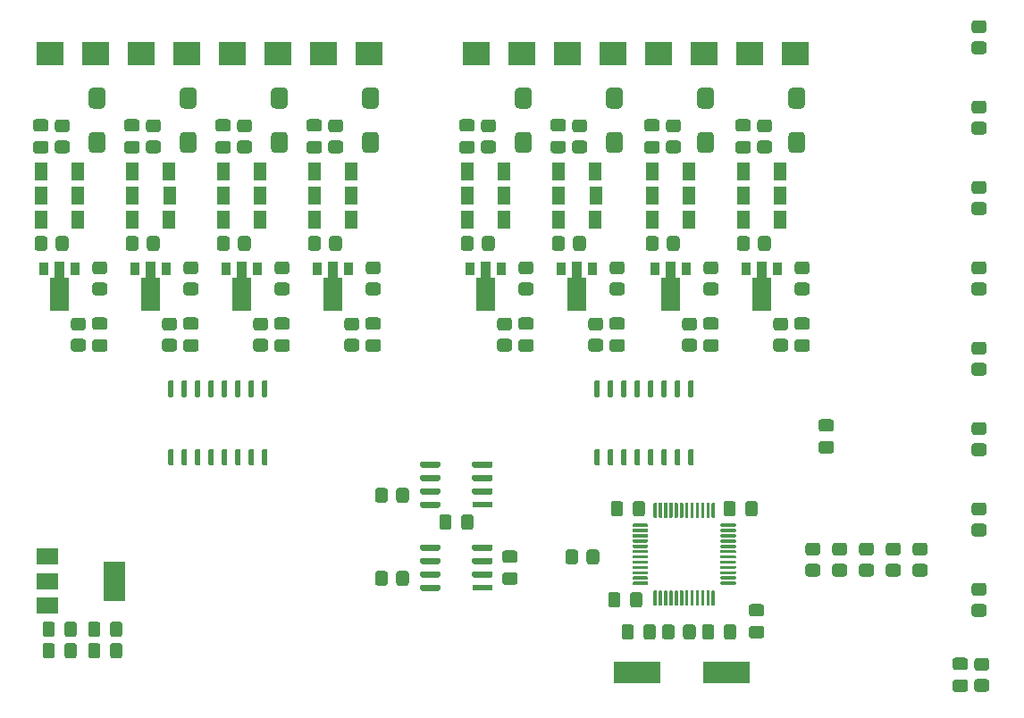
<source format=gbr>
%TF.GenerationSoftware,KiCad,Pcbnew,5.1.10-88a1d61d58~90~ubuntu20.04.1*%
%TF.CreationDate,2021-10-13T16:11:54+02:00*%
%TF.ProjectId,DI8_V1.1,4449385f-5631-42e3-912e-6b696361645f,rev?*%
%TF.SameCoordinates,Original*%
%TF.FileFunction,Paste,Top*%
%TF.FilePolarity,Positive*%
%FSLAX46Y46*%
G04 Gerber Fmt 4.6, Leading zero omitted, Abs format (unit mm)*
G04 Created by KiCad (PCBNEW 5.1.10-88a1d61d58~90~ubuntu20.04.1) date 2021-10-13 16:11:54*
%MOMM*%
%LPD*%
G01*
G04 APERTURE LIST*
%ADD10R,4.500000X2.000000*%
%ADD11R,2.000000X1.500000*%
%ADD12R,2.000000X3.800000*%
%ADD13R,1.950000X0.600000*%
%ADD14C,0.100000*%
%ADD15R,0.900000X1.300000*%
%ADD16R,2.500000X2.300000*%
%ADD17R,1.300000X1.700000*%
G04 APERTURE END LIST*
D10*
%TO.C,Y1*%
X112708000Y-133604000D03*
X104208000Y-133604000D03*
%TD*%
%TO.C,U6*%
G36*
G01*
X109209500Y-112432000D02*
X109484500Y-112432000D01*
G75*
G02*
X109622000Y-112569500I0J-137500D01*
G01*
X109622000Y-113894500D01*
G75*
G02*
X109484500Y-114032000I-137500J0D01*
G01*
X109209500Y-114032000D01*
G75*
G02*
X109072000Y-113894500I0J137500D01*
G01*
X109072000Y-112569500D01*
G75*
G02*
X109209500Y-112432000I137500J0D01*
G01*
G37*
G36*
G01*
X107939500Y-112432000D02*
X108214500Y-112432000D01*
G75*
G02*
X108352000Y-112569500I0J-137500D01*
G01*
X108352000Y-113894500D01*
G75*
G02*
X108214500Y-114032000I-137500J0D01*
G01*
X107939500Y-114032000D01*
G75*
G02*
X107802000Y-113894500I0J137500D01*
G01*
X107802000Y-112569500D01*
G75*
G02*
X107939500Y-112432000I137500J0D01*
G01*
G37*
G36*
G01*
X106669500Y-112432000D02*
X106944500Y-112432000D01*
G75*
G02*
X107082000Y-112569500I0J-137500D01*
G01*
X107082000Y-113894500D01*
G75*
G02*
X106944500Y-114032000I-137500J0D01*
G01*
X106669500Y-114032000D01*
G75*
G02*
X106532000Y-113894500I0J137500D01*
G01*
X106532000Y-112569500D01*
G75*
G02*
X106669500Y-112432000I137500J0D01*
G01*
G37*
G36*
G01*
X105399500Y-112432000D02*
X105674500Y-112432000D01*
G75*
G02*
X105812000Y-112569500I0J-137500D01*
G01*
X105812000Y-113894500D01*
G75*
G02*
X105674500Y-114032000I-137500J0D01*
G01*
X105399500Y-114032000D01*
G75*
G02*
X105262000Y-113894500I0J137500D01*
G01*
X105262000Y-112569500D01*
G75*
G02*
X105399500Y-112432000I137500J0D01*
G01*
G37*
G36*
G01*
X104129500Y-112432000D02*
X104404500Y-112432000D01*
G75*
G02*
X104542000Y-112569500I0J-137500D01*
G01*
X104542000Y-113894500D01*
G75*
G02*
X104404500Y-114032000I-137500J0D01*
G01*
X104129500Y-114032000D01*
G75*
G02*
X103992000Y-113894500I0J137500D01*
G01*
X103992000Y-112569500D01*
G75*
G02*
X104129500Y-112432000I137500J0D01*
G01*
G37*
G36*
G01*
X102859500Y-112432000D02*
X103134500Y-112432000D01*
G75*
G02*
X103272000Y-112569500I0J-137500D01*
G01*
X103272000Y-113894500D01*
G75*
G02*
X103134500Y-114032000I-137500J0D01*
G01*
X102859500Y-114032000D01*
G75*
G02*
X102722000Y-113894500I0J137500D01*
G01*
X102722000Y-112569500D01*
G75*
G02*
X102859500Y-112432000I137500J0D01*
G01*
G37*
G36*
G01*
X101589500Y-112432000D02*
X101864500Y-112432000D01*
G75*
G02*
X102002000Y-112569500I0J-137500D01*
G01*
X102002000Y-113894500D01*
G75*
G02*
X101864500Y-114032000I-137500J0D01*
G01*
X101589500Y-114032000D01*
G75*
G02*
X101452000Y-113894500I0J137500D01*
G01*
X101452000Y-112569500D01*
G75*
G02*
X101589500Y-112432000I137500J0D01*
G01*
G37*
G36*
G01*
X100319500Y-112432000D02*
X100594500Y-112432000D01*
G75*
G02*
X100732000Y-112569500I0J-137500D01*
G01*
X100732000Y-113894500D01*
G75*
G02*
X100594500Y-114032000I-137500J0D01*
G01*
X100319500Y-114032000D01*
G75*
G02*
X100182000Y-113894500I0J137500D01*
G01*
X100182000Y-112569500D01*
G75*
G02*
X100319500Y-112432000I137500J0D01*
G01*
G37*
G36*
G01*
X100319500Y-105932000D02*
X100594500Y-105932000D01*
G75*
G02*
X100732000Y-106069500I0J-137500D01*
G01*
X100732000Y-107394500D01*
G75*
G02*
X100594500Y-107532000I-137500J0D01*
G01*
X100319500Y-107532000D01*
G75*
G02*
X100182000Y-107394500I0J137500D01*
G01*
X100182000Y-106069500D01*
G75*
G02*
X100319500Y-105932000I137500J0D01*
G01*
G37*
G36*
G01*
X101589500Y-105932000D02*
X101864500Y-105932000D01*
G75*
G02*
X102002000Y-106069500I0J-137500D01*
G01*
X102002000Y-107394500D01*
G75*
G02*
X101864500Y-107532000I-137500J0D01*
G01*
X101589500Y-107532000D01*
G75*
G02*
X101452000Y-107394500I0J137500D01*
G01*
X101452000Y-106069500D01*
G75*
G02*
X101589500Y-105932000I137500J0D01*
G01*
G37*
G36*
G01*
X102859500Y-105932000D02*
X103134500Y-105932000D01*
G75*
G02*
X103272000Y-106069500I0J-137500D01*
G01*
X103272000Y-107394500D01*
G75*
G02*
X103134500Y-107532000I-137500J0D01*
G01*
X102859500Y-107532000D01*
G75*
G02*
X102722000Y-107394500I0J137500D01*
G01*
X102722000Y-106069500D01*
G75*
G02*
X102859500Y-105932000I137500J0D01*
G01*
G37*
G36*
G01*
X104129500Y-105932000D02*
X104404500Y-105932000D01*
G75*
G02*
X104542000Y-106069500I0J-137500D01*
G01*
X104542000Y-107394500D01*
G75*
G02*
X104404500Y-107532000I-137500J0D01*
G01*
X104129500Y-107532000D01*
G75*
G02*
X103992000Y-107394500I0J137500D01*
G01*
X103992000Y-106069500D01*
G75*
G02*
X104129500Y-105932000I137500J0D01*
G01*
G37*
G36*
G01*
X105399500Y-105932000D02*
X105674500Y-105932000D01*
G75*
G02*
X105812000Y-106069500I0J-137500D01*
G01*
X105812000Y-107394500D01*
G75*
G02*
X105674500Y-107532000I-137500J0D01*
G01*
X105399500Y-107532000D01*
G75*
G02*
X105262000Y-107394500I0J137500D01*
G01*
X105262000Y-106069500D01*
G75*
G02*
X105399500Y-105932000I137500J0D01*
G01*
G37*
G36*
G01*
X106669500Y-105932000D02*
X106944500Y-105932000D01*
G75*
G02*
X107082000Y-106069500I0J-137500D01*
G01*
X107082000Y-107394500D01*
G75*
G02*
X106944500Y-107532000I-137500J0D01*
G01*
X106669500Y-107532000D01*
G75*
G02*
X106532000Y-107394500I0J137500D01*
G01*
X106532000Y-106069500D01*
G75*
G02*
X106669500Y-105932000I137500J0D01*
G01*
G37*
G36*
G01*
X107939500Y-105932000D02*
X108214500Y-105932000D01*
G75*
G02*
X108352000Y-106069500I0J-137500D01*
G01*
X108352000Y-107394500D01*
G75*
G02*
X108214500Y-107532000I-137500J0D01*
G01*
X107939500Y-107532000D01*
G75*
G02*
X107802000Y-107394500I0J137500D01*
G01*
X107802000Y-106069500D01*
G75*
G02*
X107939500Y-105932000I137500J0D01*
G01*
G37*
G36*
G01*
X109209500Y-105932000D02*
X109484500Y-105932000D01*
G75*
G02*
X109622000Y-106069500I0J-137500D01*
G01*
X109622000Y-107394500D01*
G75*
G02*
X109484500Y-107532000I-137500J0D01*
G01*
X109209500Y-107532000D01*
G75*
G02*
X109072000Y-107394500I0J137500D01*
G01*
X109072000Y-106069500D01*
G75*
G02*
X109209500Y-105932000I137500J0D01*
G01*
G37*
%TD*%
%TO.C,U5*%
G36*
G01*
X68823500Y-112432000D02*
X69098500Y-112432000D01*
G75*
G02*
X69236000Y-112569500I0J-137500D01*
G01*
X69236000Y-113894500D01*
G75*
G02*
X69098500Y-114032000I-137500J0D01*
G01*
X68823500Y-114032000D01*
G75*
G02*
X68686000Y-113894500I0J137500D01*
G01*
X68686000Y-112569500D01*
G75*
G02*
X68823500Y-112432000I137500J0D01*
G01*
G37*
G36*
G01*
X67553500Y-112432000D02*
X67828500Y-112432000D01*
G75*
G02*
X67966000Y-112569500I0J-137500D01*
G01*
X67966000Y-113894500D01*
G75*
G02*
X67828500Y-114032000I-137500J0D01*
G01*
X67553500Y-114032000D01*
G75*
G02*
X67416000Y-113894500I0J137500D01*
G01*
X67416000Y-112569500D01*
G75*
G02*
X67553500Y-112432000I137500J0D01*
G01*
G37*
G36*
G01*
X66283500Y-112432000D02*
X66558500Y-112432000D01*
G75*
G02*
X66696000Y-112569500I0J-137500D01*
G01*
X66696000Y-113894500D01*
G75*
G02*
X66558500Y-114032000I-137500J0D01*
G01*
X66283500Y-114032000D01*
G75*
G02*
X66146000Y-113894500I0J137500D01*
G01*
X66146000Y-112569500D01*
G75*
G02*
X66283500Y-112432000I137500J0D01*
G01*
G37*
G36*
G01*
X65013500Y-112432000D02*
X65288500Y-112432000D01*
G75*
G02*
X65426000Y-112569500I0J-137500D01*
G01*
X65426000Y-113894500D01*
G75*
G02*
X65288500Y-114032000I-137500J0D01*
G01*
X65013500Y-114032000D01*
G75*
G02*
X64876000Y-113894500I0J137500D01*
G01*
X64876000Y-112569500D01*
G75*
G02*
X65013500Y-112432000I137500J0D01*
G01*
G37*
G36*
G01*
X63743500Y-112432000D02*
X64018500Y-112432000D01*
G75*
G02*
X64156000Y-112569500I0J-137500D01*
G01*
X64156000Y-113894500D01*
G75*
G02*
X64018500Y-114032000I-137500J0D01*
G01*
X63743500Y-114032000D01*
G75*
G02*
X63606000Y-113894500I0J137500D01*
G01*
X63606000Y-112569500D01*
G75*
G02*
X63743500Y-112432000I137500J0D01*
G01*
G37*
G36*
G01*
X62473500Y-112432000D02*
X62748500Y-112432000D01*
G75*
G02*
X62886000Y-112569500I0J-137500D01*
G01*
X62886000Y-113894500D01*
G75*
G02*
X62748500Y-114032000I-137500J0D01*
G01*
X62473500Y-114032000D01*
G75*
G02*
X62336000Y-113894500I0J137500D01*
G01*
X62336000Y-112569500D01*
G75*
G02*
X62473500Y-112432000I137500J0D01*
G01*
G37*
G36*
G01*
X61203500Y-112432000D02*
X61478500Y-112432000D01*
G75*
G02*
X61616000Y-112569500I0J-137500D01*
G01*
X61616000Y-113894500D01*
G75*
G02*
X61478500Y-114032000I-137500J0D01*
G01*
X61203500Y-114032000D01*
G75*
G02*
X61066000Y-113894500I0J137500D01*
G01*
X61066000Y-112569500D01*
G75*
G02*
X61203500Y-112432000I137500J0D01*
G01*
G37*
G36*
G01*
X59933500Y-112432000D02*
X60208500Y-112432000D01*
G75*
G02*
X60346000Y-112569500I0J-137500D01*
G01*
X60346000Y-113894500D01*
G75*
G02*
X60208500Y-114032000I-137500J0D01*
G01*
X59933500Y-114032000D01*
G75*
G02*
X59796000Y-113894500I0J137500D01*
G01*
X59796000Y-112569500D01*
G75*
G02*
X59933500Y-112432000I137500J0D01*
G01*
G37*
G36*
G01*
X59933500Y-105932000D02*
X60208500Y-105932000D01*
G75*
G02*
X60346000Y-106069500I0J-137500D01*
G01*
X60346000Y-107394500D01*
G75*
G02*
X60208500Y-107532000I-137500J0D01*
G01*
X59933500Y-107532000D01*
G75*
G02*
X59796000Y-107394500I0J137500D01*
G01*
X59796000Y-106069500D01*
G75*
G02*
X59933500Y-105932000I137500J0D01*
G01*
G37*
G36*
G01*
X61203500Y-105932000D02*
X61478500Y-105932000D01*
G75*
G02*
X61616000Y-106069500I0J-137500D01*
G01*
X61616000Y-107394500D01*
G75*
G02*
X61478500Y-107532000I-137500J0D01*
G01*
X61203500Y-107532000D01*
G75*
G02*
X61066000Y-107394500I0J137500D01*
G01*
X61066000Y-106069500D01*
G75*
G02*
X61203500Y-105932000I137500J0D01*
G01*
G37*
G36*
G01*
X62473500Y-105932000D02*
X62748500Y-105932000D01*
G75*
G02*
X62886000Y-106069500I0J-137500D01*
G01*
X62886000Y-107394500D01*
G75*
G02*
X62748500Y-107532000I-137500J0D01*
G01*
X62473500Y-107532000D01*
G75*
G02*
X62336000Y-107394500I0J137500D01*
G01*
X62336000Y-106069500D01*
G75*
G02*
X62473500Y-105932000I137500J0D01*
G01*
G37*
G36*
G01*
X63743500Y-105932000D02*
X64018500Y-105932000D01*
G75*
G02*
X64156000Y-106069500I0J-137500D01*
G01*
X64156000Y-107394500D01*
G75*
G02*
X64018500Y-107532000I-137500J0D01*
G01*
X63743500Y-107532000D01*
G75*
G02*
X63606000Y-107394500I0J137500D01*
G01*
X63606000Y-106069500D01*
G75*
G02*
X63743500Y-105932000I137500J0D01*
G01*
G37*
G36*
G01*
X65013500Y-105932000D02*
X65288500Y-105932000D01*
G75*
G02*
X65426000Y-106069500I0J-137500D01*
G01*
X65426000Y-107394500D01*
G75*
G02*
X65288500Y-107532000I-137500J0D01*
G01*
X65013500Y-107532000D01*
G75*
G02*
X64876000Y-107394500I0J137500D01*
G01*
X64876000Y-106069500D01*
G75*
G02*
X65013500Y-105932000I137500J0D01*
G01*
G37*
G36*
G01*
X66283500Y-105932000D02*
X66558500Y-105932000D01*
G75*
G02*
X66696000Y-106069500I0J-137500D01*
G01*
X66696000Y-107394500D01*
G75*
G02*
X66558500Y-107532000I-137500J0D01*
G01*
X66283500Y-107532000D01*
G75*
G02*
X66146000Y-107394500I0J137500D01*
G01*
X66146000Y-106069500D01*
G75*
G02*
X66283500Y-105932000I137500J0D01*
G01*
G37*
G36*
G01*
X67553500Y-105932000D02*
X67828500Y-105932000D01*
G75*
G02*
X67966000Y-106069500I0J-137500D01*
G01*
X67966000Y-107394500D01*
G75*
G02*
X67828500Y-107532000I-137500J0D01*
G01*
X67553500Y-107532000D01*
G75*
G02*
X67416000Y-107394500I0J137500D01*
G01*
X67416000Y-106069500D01*
G75*
G02*
X67553500Y-105932000I137500J0D01*
G01*
G37*
G36*
G01*
X68823500Y-105932000D02*
X69098500Y-105932000D01*
G75*
G02*
X69236000Y-106069500I0J-137500D01*
G01*
X69236000Y-107394500D01*
G75*
G02*
X69098500Y-107532000I-137500J0D01*
G01*
X68823500Y-107532000D01*
G75*
G02*
X68686000Y-107394500I0J137500D01*
G01*
X68686000Y-106069500D01*
G75*
G02*
X68823500Y-105932000I137500J0D01*
G01*
G37*
%TD*%
D11*
%TO.C,U4*%
X48412000Y-122668000D03*
X48412000Y-127268000D03*
X48412000Y-124968000D03*
D12*
X54712000Y-124968000D03*
%TD*%
%TO.C,U3*%
G36*
G01*
X105212000Y-125328000D02*
X103887000Y-125328000D01*
G75*
G02*
X103812000Y-125253000I0J75000D01*
G01*
X103812000Y-125103000D01*
G75*
G02*
X103887000Y-125028000I75000J0D01*
G01*
X105212000Y-125028000D01*
G75*
G02*
X105287000Y-125103000I0J-75000D01*
G01*
X105287000Y-125253000D01*
G75*
G02*
X105212000Y-125328000I-75000J0D01*
G01*
G37*
G36*
G01*
X105212000Y-124828000D02*
X103887000Y-124828000D01*
G75*
G02*
X103812000Y-124753000I0J75000D01*
G01*
X103812000Y-124603000D01*
G75*
G02*
X103887000Y-124528000I75000J0D01*
G01*
X105212000Y-124528000D01*
G75*
G02*
X105287000Y-124603000I0J-75000D01*
G01*
X105287000Y-124753000D01*
G75*
G02*
X105212000Y-124828000I-75000J0D01*
G01*
G37*
G36*
G01*
X105212000Y-124328000D02*
X103887000Y-124328000D01*
G75*
G02*
X103812000Y-124253000I0J75000D01*
G01*
X103812000Y-124103000D01*
G75*
G02*
X103887000Y-124028000I75000J0D01*
G01*
X105212000Y-124028000D01*
G75*
G02*
X105287000Y-124103000I0J-75000D01*
G01*
X105287000Y-124253000D01*
G75*
G02*
X105212000Y-124328000I-75000J0D01*
G01*
G37*
G36*
G01*
X105212000Y-123828000D02*
X103887000Y-123828000D01*
G75*
G02*
X103812000Y-123753000I0J75000D01*
G01*
X103812000Y-123603000D01*
G75*
G02*
X103887000Y-123528000I75000J0D01*
G01*
X105212000Y-123528000D01*
G75*
G02*
X105287000Y-123603000I0J-75000D01*
G01*
X105287000Y-123753000D01*
G75*
G02*
X105212000Y-123828000I-75000J0D01*
G01*
G37*
G36*
G01*
X105212000Y-123328000D02*
X103887000Y-123328000D01*
G75*
G02*
X103812000Y-123253000I0J75000D01*
G01*
X103812000Y-123103000D01*
G75*
G02*
X103887000Y-123028000I75000J0D01*
G01*
X105212000Y-123028000D01*
G75*
G02*
X105287000Y-123103000I0J-75000D01*
G01*
X105287000Y-123253000D01*
G75*
G02*
X105212000Y-123328000I-75000J0D01*
G01*
G37*
G36*
G01*
X105212000Y-122828000D02*
X103887000Y-122828000D01*
G75*
G02*
X103812000Y-122753000I0J75000D01*
G01*
X103812000Y-122603000D01*
G75*
G02*
X103887000Y-122528000I75000J0D01*
G01*
X105212000Y-122528000D01*
G75*
G02*
X105287000Y-122603000I0J-75000D01*
G01*
X105287000Y-122753000D01*
G75*
G02*
X105212000Y-122828000I-75000J0D01*
G01*
G37*
G36*
G01*
X105212000Y-122328000D02*
X103887000Y-122328000D01*
G75*
G02*
X103812000Y-122253000I0J75000D01*
G01*
X103812000Y-122103000D01*
G75*
G02*
X103887000Y-122028000I75000J0D01*
G01*
X105212000Y-122028000D01*
G75*
G02*
X105287000Y-122103000I0J-75000D01*
G01*
X105287000Y-122253000D01*
G75*
G02*
X105212000Y-122328000I-75000J0D01*
G01*
G37*
G36*
G01*
X105212000Y-121828000D02*
X103887000Y-121828000D01*
G75*
G02*
X103812000Y-121753000I0J75000D01*
G01*
X103812000Y-121603000D01*
G75*
G02*
X103887000Y-121528000I75000J0D01*
G01*
X105212000Y-121528000D01*
G75*
G02*
X105287000Y-121603000I0J-75000D01*
G01*
X105287000Y-121753000D01*
G75*
G02*
X105212000Y-121828000I-75000J0D01*
G01*
G37*
G36*
G01*
X105212000Y-121328000D02*
X103887000Y-121328000D01*
G75*
G02*
X103812000Y-121253000I0J75000D01*
G01*
X103812000Y-121103000D01*
G75*
G02*
X103887000Y-121028000I75000J0D01*
G01*
X105212000Y-121028000D01*
G75*
G02*
X105287000Y-121103000I0J-75000D01*
G01*
X105287000Y-121253000D01*
G75*
G02*
X105212000Y-121328000I-75000J0D01*
G01*
G37*
G36*
G01*
X105212000Y-120828000D02*
X103887000Y-120828000D01*
G75*
G02*
X103812000Y-120753000I0J75000D01*
G01*
X103812000Y-120603000D01*
G75*
G02*
X103887000Y-120528000I75000J0D01*
G01*
X105212000Y-120528000D01*
G75*
G02*
X105287000Y-120603000I0J-75000D01*
G01*
X105287000Y-120753000D01*
G75*
G02*
X105212000Y-120828000I-75000J0D01*
G01*
G37*
G36*
G01*
X105212000Y-120328000D02*
X103887000Y-120328000D01*
G75*
G02*
X103812000Y-120253000I0J75000D01*
G01*
X103812000Y-120103000D01*
G75*
G02*
X103887000Y-120028000I75000J0D01*
G01*
X105212000Y-120028000D01*
G75*
G02*
X105287000Y-120103000I0J-75000D01*
G01*
X105287000Y-120253000D01*
G75*
G02*
X105212000Y-120328000I-75000J0D01*
G01*
G37*
G36*
G01*
X105212000Y-119828000D02*
X103887000Y-119828000D01*
G75*
G02*
X103812000Y-119753000I0J75000D01*
G01*
X103812000Y-119603000D01*
G75*
G02*
X103887000Y-119528000I75000J0D01*
G01*
X105212000Y-119528000D01*
G75*
G02*
X105287000Y-119603000I0J-75000D01*
G01*
X105287000Y-119753000D01*
G75*
G02*
X105212000Y-119828000I-75000J0D01*
G01*
G37*
G36*
G01*
X106037000Y-119003000D02*
X105887000Y-119003000D01*
G75*
G02*
X105812000Y-118928000I0J75000D01*
G01*
X105812000Y-117603000D01*
G75*
G02*
X105887000Y-117528000I75000J0D01*
G01*
X106037000Y-117528000D01*
G75*
G02*
X106112000Y-117603000I0J-75000D01*
G01*
X106112000Y-118928000D01*
G75*
G02*
X106037000Y-119003000I-75000J0D01*
G01*
G37*
G36*
G01*
X106537000Y-119003000D02*
X106387000Y-119003000D01*
G75*
G02*
X106312000Y-118928000I0J75000D01*
G01*
X106312000Y-117603000D01*
G75*
G02*
X106387000Y-117528000I75000J0D01*
G01*
X106537000Y-117528000D01*
G75*
G02*
X106612000Y-117603000I0J-75000D01*
G01*
X106612000Y-118928000D01*
G75*
G02*
X106537000Y-119003000I-75000J0D01*
G01*
G37*
G36*
G01*
X107037000Y-119003000D02*
X106887000Y-119003000D01*
G75*
G02*
X106812000Y-118928000I0J75000D01*
G01*
X106812000Y-117603000D01*
G75*
G02*
X106887000Y-117528000I75000J0D01*
G01*
X107037000Y-117528000D01*
G75*
G02*
X107112000Y-117603000I0J-75000D01*
G01*
X107112000Y-118928000D01*
G75*
G02*
X107037000Y-119003000I-75000J0D01*
G01*
G37*
G36*
G01*
X107537000Y-119003000D02*
X107387000Y-119003000D01*
G75*
G02*
X107312000Y-118928000I0J75000D01*
G01*
X107312000Y-117603000D01*
G75*
G02*
X107387000Y-117528000I75000J0D01*
G01*
X107537000Y-117528000D01*
G75*
G02*
X107612000Y-117603000I0J-75000D01*
G01*
X107612000Y-118928000D01*
G75*
G02*
X107537000Y-119003000I-75000J0D01*
G01*
G37*
G36*
G01*
X108037000Y-119003000D02*
X107887000Y-119003000D01*
G75*
G02*
X107812000Y-118928000I0J75000D01*
G01*
X107812000Y-117603000D01*
G75*
G02*
X107887000Y-117528000I75000J0D01*
G01*
X108037000Y-117528000D01*
G75*
G02*
X108112000Y-117603000I0J-75000D01*
G01*
X108112000Y-118928000D01*
G75*
G02*
X108037000Y-119003000I-75000J0D01*
G01*
G37*
G36*
G01*
X108537000Y-119003000D02*
X108387000Y-119003000D01*
G75*
G02*
X108312000Y-118928000I0J75000D01*
G01*
X108312000Y-117603000D01*
G75*
G02*
X108387000Y-117528000I75000J0D01*
G01*
X108537000Y-117528000D01*
G75*
G02*
X108612000Y-117603000I0J-75000D01*
G01*
X108612000Y-118928000D01*
G75*
G02*
X108537000Y-119003000I-75000J0D01*
G01*
G37*
G36*
G01*
X109037000Y-119003000D02*
X108887000Y-119003000D01*
G75*
G02*
X108812000Y-118928000I0J75000D01*
G01*
X108812000Y-117603000D01*
G75*
G02*
X108887000Y-117528000I75000J0D01*
G01*
X109037000Y-117528000D01*
G75*
G02*
X109112000Y-117603000I0J-75000D01*
G01*
X109112000Y-118928000D01*
G75*
G02*
X109037000Y-119003000I-75000J0D01*
G01*
G37*
G36*
G01*
X109537000Y-119003000D02*
X109387000Y-119003000D01*
G75*
G02*
X109312000Y-118928000I0J75000D01*
G01*
X109312000Y-117603000D01*
G75*
G02*
X109387000Y-117528000I75000J0D01*
G01*
X109537000Y-117528000D01*
G75*
G02*
X109612000Y-117603000I0J-75000D01*
G01*
X109612000Y-118928000D01*
G75*
G02*
X109537000Y-119003000I-75000J0D01*
G01*
G37*
G36*
G01*
X110037000Y-119003000D02*
X109887000Y-119003000D01*
G75*
G02*
X109812000Y-118928000I0J75000D01*
G01*
X109812000Y-117603000D01*
G75*
G02*
X109887000Y-117528000I75000J0D01*
G01*
X110037000Y-117528000D01*
G75*
G02*
X110112000Y-117603000I0J-75000D01*
G01*
X110112000Y-118928000D01*
G75*
G02*
X110037000Y-119003000I-75000J0D01*
G01*
G37*
G36*
G01*
X110537000Y-119003000D02*
X110387000Y-119003000D01*
G75*
G02*
X110312000Y-118928000I0J75000D01*
G01*
X110312000Y-117603000D01*
G75*
G02*
X110387000Y-117528000I75000J0D01*
G01*
X110537000Y-117528000D01*
G75*
G02*
X110612000Y-117603000I0J-75000D01*
G01*
X110612000Y-118928000D01*
G75*
G02*
X110537000Y-119003000I-75000J0D01*
G01*
G37*
G36*
G01*
X111037000Y-119003000D02*
X110887000Y-119003000D01*
G75*
G02*
X110812000Y-118928000I0J75000D01*
G01*
X110812000Y-117603000D01*
G75*
G02*
X110887000Y-117528000I75000J0D01*
G01*
X111037000Y-117528000D01*
G75*
G02*
X111112000Y-117603000I0J-75000D01*
G01*
X111112000Y-118928000D01*
G75*
G02*
X111037000Y-119003000I-75000J0D01*
G01*
G37*
G36*
G01*
X111537000Y-119003000D02*
X111387000Y-119003000D01*
G75*
G02*
X111312000Y-118928000I0J75000D01*
G01*
X111312000Y-117603000D01*
G75*
G02*
X111387000Y-117528000I75000J0D01*
G01*
X111537000Y-117528000D01*
G75*
G02*
X111612000Y-117603000I0J-75000D01*
G01*
X111612000Y-118928000D01*
G75*
G02*
X111537000Y-119003000I-75000J0D01*
G01*
G37*
G36*
G01*
X113537000Y-119828000D02*
X112212000Y-119828000D01*
G75*
G02*
X112137000Y-119753000I0J75000D01*
G01*
X112137000Y-119603000D01*
G75*
G02*
X112212000Y-119528000I75000J0D01*
G01*
X113537000Y-119528000D01*
G75*
G02*
X113612000Y-119603000I0J-75000D01*
G01*
X113612000Y-119753000D01*
G75*
G02*
X113537000Y-119828000I-75000J0D01*
G01*
G37*
G36*
G01*
X113537000Y-120328000D02*
X112212000Y-120328000D01*
G75*
G02*
X112137000Y-120253000I0J75000D01*
G01*
X112137000Y-120103000D01*
G75*
G02*
X112212000Y-120028000I75000J0D01*
G01*
X113537000Y-120028000D01*
G75*
G02*
X113612000Y-120103000I0J-75000D01*
G01*
X113612000Y-120253000D01*
G75*
G02*
X113537000Y-120328000I-75000J0D01*
G01*
G37*
G36*
G01*
X113537000Y-120828000D02*
X112212000Y-120828000D01*
G75*
G02*
X112137000Y-120753000I0J75000D01*
G01*
X112137000Y-120603000D01*
G75*
G02*
X112212000Y-120528000I75000J0D01*
G01*
X113537000Y-120528000D01*
G75*
G02*
X113612000Y-120603000I0J-75000D01*
G01*
X113612000Y-120753000D01*
G75*
G02*
X113537000Y-120828000I-75000J0D01*
G01*
G37*
G36*
G01*
X113537000Y-121328000D02*
X112212000Y-121328000D01*
G75*
G02*
X112137000Y-121253000I0J75000D01*
G01*
X112137000Y-121103000D01*
G75*
G02*
X112212000Y-121028000I75000J0D01*
G01*
X113537000Y-121028000D01*
G75*
G02*
X113612000Y-121103000I0J-75000D01*
G01*
X113612000Y-121253000D01*
G75*
G02*
X113537000Y-121328000I-75000J0D01*
G01*
G37*
G36*
G01*
X113537000Y-121828000D02*
X112212000Y-121828000D01*
G75*
G02*
X112137000Y-121753000I0J75000D01*
G01*
X112137000Y-121603000D01*
G75*
G02*
X112212000Y-121528000I75000J0D01*
G01*
X113537000Y-121528000D01*
G75*
G02*
X113612000Y-121603000I0J-75000D01*
G01*
X113612000Y-121753000D01*
G75*
G02*
X113537000Y-121828000I-75000J0D01*
G01*
G37*
G36*
G01*
X113537000Y-122328000D02*
X112212000Y-122328000D01*
G75*
G02*
X112137000Y-122253000I0J75000D01*
G01*
X112137000Y-122103000D01*
G75*
G02*
X112212000Y-122028000I75000J0D01*
G01*
X113537000Y-122028000D01*
G75*
G02*
X113612000Y-122103000I0J-75000D01*
G01*
X113612000Y-122253000D01*
G75*
G02*
X113537000Y-122328000I-75000J0D01*
G01*
G37*
G36*
G01*
X113537000Y-122828000D02*
X112212000Y-122828000D01*
G75*
G02*
X112137000Y-122753000I0J75000D01*
G01*
X112137000Y-122603000D01*
G75*
G02*
X112212000Y-122528000I75000J0D01*
G01*
X113537000Y-122528000D01*
G75*
G02*
X113612000Y-122603000I0J-75000D01*
G01*
X113612000Y-122753000D01*
G75*
G02*
X113537000Y-122828000I-75000J0D01*
G01*
G37*
G36*
G01*
X113537000Y-123328000D02*
X112212000Y-123328000D01*
G75*
G02*
X112137000Y-123253000I0J75000D01*
G01*
X112137000Y-123103000D01*
G75*
G02*
X112212000Y-123028000I75000J0D01*
G01*
X113537000Y-123028000D01*
G75*
G02*
X113612000Y-123103000I0J-75000D01*
G01*
X113612000Y-123253000D01*
G75*
G02*
X113537000Y-123328000I-75000J0D01*
G01*
G37*
G36*
G01*
X113537000Y-123828000D02*
X112212000Y-123828000D01*
G75*
G02*
X112137000Y-123753000I0J75000D01*
G01*
X112137000Y-123603000D01*
G75*
G02*
X112212000Y-123528000I75000J0D01*
G01*
X113537000Y-123528000D01*
G75*
G02*
X113612000Y-123603000I0J-75000D01*
G01*
X113612000Y-123753000D01*
G75*
G02*
X113537000Y-123828000I-75000J0D01*
G01*
G37*
G36*
G01*
X113537000Y-124328000D02*
X112212000Y-124328000D01*
G75*
G02*
X112137000Y-124253000I0J75000D01*
G01*
X112137000Y-124103000D01*
G75*
G02*
X112212000Y-124028000I75000J0D01*
G01*
X113537000Y-124028000D01*
G75*
G02*
X113612000Y-124103000I0J-75000D01*
G01*
X113612000Y-124253000D01*
G75*
G02*
X113537000Y-124328000I-75000J0D01*
G01*
G37*
G36*
G01*
X113537000Y-124828000D02*
X112212000Y-124828000D01*
G75*
G02*
X112137000Y-124753000I0J75000D01*
G01*
X112137000Y-124603000D01*
G75*
G02*
X112212000Y-124528000I75000J0D01*
G01*
X113537000Y-124528000D01*
G75*
G02*
X113612000Y-124603000I0J-75000D01*
G01*
X113612000Y-124753000D01*
G75*
G02*
X113537000Y-124828000I-75000J0D01*
G01*
G37*
G36*
G01*
X113537000Y-125328000D02*
X112212000Y-125328000D01*
G75*
G02*
X112137000Y-125253000I0J75000D01*
G01*
X112137000Y-125103000D01*
G75*
G02*
X112212000Y-125028000I75000J0D01*
G01*
X113537000Y-125028000D01*
G75*
G02*
X113612000Y-125103000I0J-75000D01*
G01*
X113612000Y-125253000D01*
G75*
G02*
X113537000Y-125328000I-75000J0D01*
G01*
G37*
G36*
G01*
X111537000Y-127328000D02*
X111387000Y-127328000D01*
G75*
G02*
X111312000Y-127253000I0J75000D01*
G01*
X111312000Y-125928000D01*
G75*
G02*
X111387000Y-125853000I75000J0D01*
G01*
X111537000Y-125853000D01*
G75*
G02*
X111612000Y-125928000I0J-75000D01*
G01*
X111612000Y-127253000D01*
G75*
G02*
X111537000Y-127328000I-75000J0D01*
G01*
G37*
G36*
G01*
X111037000Y-127328000D02*
X110887000Y-127328000D01*
G75*
G02*
X110812000Y-127253000I0J75000D01*
G01*
X110812000Y-125928000D01*
G75*
G02*
X110887000Y-125853000I75000J0D01*
G01*
X111037000Y-125853000D01*
G75*
G02*
X111112000Y-125928000I0J-75000D01*
G01*
X111112000Y-127253000D01*
G75*
G02*
X111037000Y-127328000I-75000J0D01*
G01*
G37*
G36*
G01*
X110537000Y-127328000D02*
X110387000Y-127328000D01*
G75*
G02*
X110312000Y-127253000I0J75000D01*
G01*
X110312000Y-125928000D01*
G75*
G02*
X110387000Y-125853000I75000J0D01*
G01*
X110537000Y-125853000D01*
G75*
G02*
X110612000Y-125928000I0J-75000D01*
G01*
X110612000Y-127253000D01*
G75*
G02*
X110537000Y-127328000I-75000J0D01*
G01*
G37*
G36*
G01*
X110037000Y-127328000D02*
X109887000Y-127328000D01*
G75*
G02*
X109812000Y-127253000I0J75000D01*
G01*
X109812000Y-125928000D01*
G75*
G02*
X109887000Y-125853000I75000J0D01*
G01*
X110037000Y-125853000D01*
G75*
G02*
X110112000Y-125928000I0J-75000D01*
G01*
X110112000Y-127253000D01*
G75*
G02*
X110037000Y-127328000I-75000J0D01*
G01*
G37*
G36*
G01*
X109537000Y-127328000D02*
X109387000Y-127328000D01*
G75*
G02*
X109312000Y-127253000I0J75000D01*
G01*
X109312000Y-125928000D01*
G75*
G02*
X109387000Y-125853000I75000J0D01*
G01*
X109537000Y-125853000D01*
G75*
G02*
X109612000Y-125928000I0J-75000D01*
G01*
X109612000Y-127253000D01*
G75*
G02*
X109537000Y-127328000I-75000J0D01*
G01*
G37*
G36*
G01*
X109037000Y-127328000D02*
X108887000Y-127328000D01*
G75*
G02*
X108812000Y-127253000I0J75000D01*
G01*
X108812000Y-125928000D01*
G75*
G02*
X108887000Y-125853000I75000J0D01*
G01*
X109037000Y-125853000D01*
G75*
G02*
X109112000Y-125928000I0J-75000D01*
G01*
X109112000Y-127253000D01*
G75*
G02*
X109037000Y-127328000I-75000J0D01*
G01*
G37*
G36*
G01*
X108537000Y-127328000D02*
X108387000Y-127328000D01*
G75*
G02*
X108312000Y-127253000I0J75000D01*
G01*
X108312000Y-125928000D01*
G75*
G02*
X108387000Y-125853000I75000J0D01*
G01*
X108537000Y-125853000D01*
G75*
G02*
X108612000Y-125928000I0J-75000D01*
G01*
X108612000Y-127253000D01*
G75*
G02*
X108537000Y-127328000I-75000J0D01*
G01*
G37*
G36*
G01*
X108037000Y-127328000D02*
X107887000Y-127328000D01*
G75*
G02*
X107812000Y-127253000I0J75000D01*
G01*
X107812000Y-125928000D01*
G75*
G02*
X107887000Y-125853000I75000J0D01*
G01*
X108037000Y-125853000D01*
G75*
G02*
X108112000Y-125928000I0J-75000D01*
G01*
X108112000Y-127253000D01*
G75*
G02*
X108037000Y-127328000I-75000J0D01*
G01*
G37*
G36*
G01*
X107537000Y-127328000D02*
X107387000Y-127328000D01*
G75*
G02*
X107312000Y-127253000I0J75000D01*
G01*
X107312000Y-125928000D01*
G75*
G02*
X107387000Y-125853000I75000J0D01*
G01*
X107537000Y-125853000D01*
G75*
G02*
X107612000Y-125928000I0J-75000D01*
G01*
X107612000Y-127253000D01*
G75*
G02*
X107537000Y-127328000I-75000J0D01*
G01*
G37*
G36*
G01*
X107037000Y-127328000D02*
X106887000Y-127328000D01*
G75*
G02*
X106812000Y-127253000I0J75000D01*
G01*
X106812000Y-125928000D01*
G75*
G02*
X106887000Y-125853000I75000J0D01*
G01*
X107037000Y-125853000D01*
G75*
G02*
X107112000Y-125928000I0J-75000D01*
G01*
X107112000Y-127253000D01*
G75*
G02*
X107037000Y-127328000I-75000J0D01*
G01*
G37*
G36*
G01*
X106537000Y-127328000D02*
X106387000Y-127328000D01*
G75*
G02*
X106312000Y-127253000I0J75000D01*
G01*
X106312000Y-125928000D01*
G75*
G02*
X106387000Y-125853000I75000J0D01*
G01*
X106537000Y-125853000D01*
G75*
G02*
X106612000Y-125928000I0J-75000D01*
G01*
X106612000Y-127253000D01*
G75*
G02*
X106537000Y-127328000I-75000J0D01*
G01*
G37*
G36*
G01*
X106037000Y-127328000D02*
X105887000Y-127328000D01*
G75*
G02*
X105812000Y-127253000I0J75000D01*
G01*
X105812000Y-125928000D01*
G75*
G02*
X105887000Y-125853000I75000J0D01*
G01*
X106037000Y-125853000D01*
G75*
G02*
X106112000Y-125928000I0J-75000D01*
G01*
X106112000Y-127253000D01*
G75*
G02*
X106037000Y-127328000I-75000J0D01*
G01*
G37*
%TD*%
%TO.C,U2*%
G36*
G01*
X85622000Y-117579000D02*
X85622000Y-117879000D01*
G75*
G02*
X85472000Y-118029000I-150000J0D01*
G01*
X83822000Y-118029000D01*
G75*
G02*
X83672000Y-117879000I0J150000D01*
G01*
X83672000Y-117579000D01*
G75*
G02*
X83822000Y-117429000I150000J0D01*
G01*
X85472000Y-117429000D01*
G75*
G02*
X85622000Y-117579000I0J-150000D01*
G01*
G37*
G36*
G01*
X85622000Y-116309000D02*
X85622000Y-116609000D01*
G75*
G02*
X85472000Y-116759000I-150000J0D01*
G01*
X83822000Y-116759000D01*
G75*
G02*
X83672000Y-116609000I0J150000D01*
G01*
X83672000Y-116309000D01*
G75*
G02*
X83822000Y-116159000I150000J0D01*
G01*
X85472000Y-116159000D01*
G75*
G02*
X85622000Y-116309000I0J-150000D01*
G01*
G37*
G36*
G01*
X85622000Y-115039000D02*
X85622000Y-115339000D01*
G75*
G02*
X85472000Y-115489000I-150000J0D01*
G01*
X83822000Y-115489000D01*
G75*
G02*
X83672000Y-115339000I0J150000D01*
G01*
X83672000Y-115039000D01*
G75*
G02*
X83822000Y-114889000I150000J0D01*
G01*
X85472000Y-114889000D01*
G75*
G02*
X85622000Y-115039000I0J-150000D01*
G01*
G37*
G36*
G01*
X85622000Y-113769000D02*
X85622000Y-114069000D01*
G75*
G02*
X85472000Y-114219000I-150000J0D01*
G01*
X83822000Y-114219000D01*
G75*
G02*
X83672000Y-114069000I0J150000D01*
G01*
X83672000Y-113769000D01*
G75*
G02*
X83822000Y-113619000I150000J0D01*
G01*
X85472000Y-113619000D01*
G75*
G02*
X85622000Y-113769000I0J-150000D01*
G01*
G37*
G36*
G01*
X90572000Y-113769000D02*
X90572000Y-114069000D01*
G75*
G02*
X90422000Y-114219000I-150000J0D01*
G01*
X88772000Y-114219000D01*
G75*
G02*
X88622000Y-114069000I0J150000D01*
G01*
X88622000Y-113769000D01*
G75*
G02*
X88772000Y-113619000I150000J0D01*
G01*
X90422000Y-113619000D01*
G75*
G02*
X90572000Y-113769000I0J-150000D01*
G01*
G37*
G36*
G01*
X90572000Y-115039000D02*
X90572000Y-115339000D01*
G75*
G02*
X90422000Y-115489000I-150000J0D01*
G01*
X88772000Y-115489000D01*
G75*
G02*
X88622000Y-115339000I0J150000D01*
G01*
X88622000Y-115039000D01*
G75*
G02*
X88772000Y-114889000I150000J0D01*
G01*
X90422000Y-114889000D01*
G75*
G02*
X90572000Y-115039000I0J-150000D01*
G01*
G37*
G36*
G01*
X90572000Y-116309000D02*
X90572000Y-116609000D01*
G75*
G02*
X90422000Y-116759000I-150000J0D01*
G01*
X88772000Y-116759000D01*
G75*
G02*
X88622000Y-116609000I0J150000D01*
G01*
X88622000Y-116309000D01*
G75*
G02*
X88772000Y-116159000I150000J0D01*
G01*
X90422000Y-116159000D01*
G75*
G02*
X90572000Y-116309000I0J-150000D01*
G01*
G37*
D13*
X89597000Y-117729000D03*
%TD*%
%TO.C,U1*%
G36*
G01*
X85622000Y-125453000D02*
X85622000Y-125753000D01*
G75*
G02*
X85472000Y-125903000I-150000J0D01*
G01*
X83822000Y-125903000D01*
G75*
G02*
X83672000Y-125753000I0J150000D01*
G01*
X83672000Y-125453000D01*
G75*
G02*
X83822000Y-125303000I150000J0D01*
G01*
X85472000Y-125303000D01*
G75*
G02*
X85622000Y-125453000I0J-150000D01*
G01*
G37*
G36*
G01*
X85622000Y-124183000D02*
X85622000Y-124483000D01*
G75*
G02*
X85472000Y-124633000I-150000J0D01*
G01*
X83822000Y-124633000D01*
G75*
G02*
X83672000Y-124483000I0J150000D01*
G01*
X83672000Y-124183000D01*
G75*
G02*
X83822000Y-124033000I150000J0D01*
G01*
X85472000Y-124033000D01*
G75*
G02*
X85622000Y-124183000I0J-150000D01*
G01*
G37*
G36*
G01*
X85622000Y-122913000D02*
X85622000Y-123213000D01*
G75*
G02*
X85472000Y-123363000I-150000J0D01*
G01*
X83822000Y-123363000D01*
G75*
G02*
X83672000Y-123213000I0J150000D01*
G01*
X83672000Y-122913000D01*
G75*
G02*
X83822000Y-122763000I150000J0D01*
G01*
X85472000Y-122763000D01*
G75*
G02*
X85622000Y-122913000I0J-150000D01*
G01*
G37*
G36*
G01*
X85622000Y-121643000D02*
X85622000Y-121943000D01*
G75*
G02*
X85472000Y-122093000I-150000J0D01*
G01*
X83822000Y-122093000D01*
G75*
G02*
X83672000Y-121943000I0J150000D01*
G01*
X83672000Y-121643000D01*
G75*
G02*
X83822000Y-121493000I150000J0D01*
G01*
X85472000Y-121493000D01*
G75*
G02*
X85622000Y-121643000I0J-150000D01*
G01*
G37*
G36*
G01*
X90572000Y-121643000D02*
X90572000Y-121943000D01*
G75*
G02*
X90422000Y-122093000I-150000J0D01*
G01*
X88772000Y-122093000D01*
G75*
G02*
X88622000Y-121943000I0J150000D01*
G01*
X88622000Y-121643000D01*
G75*
G02*
X88772000Y-121493000I150000J0D01*
G01*
X90422000Y-121493000D01*
G75*
G02*
X90572000Y-121643000I0J-150000D01*
G01*
G37*
G36*
G01*
X90572000Y-122913000D02*
X90572000Y-123213000D01*
G75*
G02*
X90422000Y-123363000I-150000J0D01*
G01*
X88772000Y-123363000D01*
G75*
G02*
X88622000Y-123213000I0J150000D01*
G01*
X88622000Y-122913000D01*
G75*
G02*
X88772000Y-122763000I150000J0D01*
G01*
X90422000Y-122763000D01*
G75*
G02*
X90572000Y-122913000I0J-150000D01*
G01*
G37*
G36*
G01*
X90572000Y-124183000D02*
X90572000Y-124483000D01*
G75*
G02*
X90422000Y-124633000I-150000J0D01*
G01*
X88772000Y-124633000D01*
G75*
G02*
X88622000Y-124483000I0J150000D01*
G01*
X88622000Y-124183000D01*
G75*
G02*
X88772000Y-124033000I150000J0D01*
G01*
X90422000Y-124033000D01*
G75*
G02*
X90572000Y-124183000I0J-150000D01*
G01*
G37*
X89597000Y-125603000D03*
%TD*%
%TO.C,R50*%
G36*
G01*
X115881999Y-83204000D02*
X116782001Y-83204000D01*
G75*
G02*
X117032000Y-83453999I0J-249999D01*
G01*
X117032000Y-84154001D01*
G75*
G02*
X116782001Y-84404000I-249999J0D01*
G01*
X115881999Y-84404000D01*
G75*
G02*
X115632000Y-84154001I0J249999D01*
G01*
X115632000Y-83453999D01*
G75*
G02*
X115881999Y-83204000I249999J0D01*
G01*
G37*
G36*
G01*
X115881999Y-81204000D02*
X116782001Y-81204000D01*
G75*
G02*
X117032000Y-81453999I0J-249999D01*
G01*
X117032000Y-82154001D01*
G75*
G02*
X116782001Y-82404000I-249999J0D01*
G01*
X115881999Y-82404000D01*
G75*
G02*
X115632000Y-82154001I0J249999D01*
G01*
X115632000Y-81453999D01*
G75*
G02*
X115881999Y-81204000I249999J0D01*
G01*
G37*
%TD*%
%TO.C,R49*%
G36*
G01*
X107245999Y-83204000D02*
X108146001Y-83204000D01*
G75*
G02*
X108396000Y-83453999I0J-249999D01*
G01*
X108396000Y-84154001D01*
G75*
G02*
X108146001Y-84404000I-249999J0D01*
G01*
X107245999Y-84404000D01*
G75*
G02*
X106996000Y-84154001I0J249999D01*
G01*
X106996000Y-83453999D01*
G75*
G02*
X107245999Y-83204000I249999J0D01*
G01*
G37*
G36*
G01*
X107245999Y-81204000D02*
X108146001Y-81204000D01*
G75*
G02*
X108396000Y-81453999I0J-249999D01*
G01*
X108396000Y-82154001D01*
G75*
G02*
X108146001Y-82404000I-249999J0D01*
G01*
X107245999Y-82404000D01*
G75*
G02*
X106996000Y-82154001I0J249999D01*
G01*
X106996000Y-81453999D01*
G75*
G02*
X107245999Y-81204000I249999J0D01*
G01*
G37*
%TD*%
%TO.C,R48*%
G36*
G01*
X98355999Y-83204000D02*
X99256001Y-83204000D01*
G75*
G02*
X99506000Y-83453999I0J-249999D01*
G01*
X99506000Y-84154001D01*
G75*
G02*
X99256001Y-84404000I-249999J0D01*
G01*
X98355999Y-84404000D01*
G75*
G02*
X98106000Y-84154001I0J249999D01*
G01*
X98106000Y-83453999D01*
G75*
G02*
X98355999Y-83204000I249999J0D01*
G01*
G37*
G36*
G01*
X98355999Y-81204000D02*
X99256001Y-81204000D01*
G75*
G02*
X99506000Y-81453999I0J-249999D01*
G01*
X99506000Y-82154001D01*
G75*
G02*
X99256001Y-82404000I-249999J0D01*
G01*
X98355999Y-82404000D01*
G75*
G02*
X98106000Y-82154001I0J249999D01*
G01*
X98106000Y-81453999D01*
G75*
G02*
X98355999Y-81204000I249999J0D01*
G01*
G37*
%TD*%
%TO.C,R47*%
G36*
G01*
X89719999Y-83204000D02*
X90620001Y-83204000D01*
G75*
G02*
X90870000Y-83453999I0J-249999D01*
G01*
X90870000Y-84154001D01*
G75*
G02*
X90620001Y-84404000I-249999J0D01*
G01*
X89719999Y-84404000D01*
G75*
G02*
X89470000Y-84154001I0J249999D01*
G01*
X89470000Y-83453999D01*
G75*
G02*
X89719999Y-83204000I249999J0D01*
G01*
G37*
G36*
G01*
X89719999Y-81204000D02*
X90620001Y-81204000D01*
G75*
G02*
X90870000Y-81453999I0J-249999D01*
G01*
X90870000Y-82154001D01*
G75*
G02*
X90620001Y-82404000I-249999J0D01*
G01*
X89719999Y-82404000D01*
G75*
G02*
X89470000Y-82154001I0J249999D01*
G01*
X89470000Y-81453999D01*
G75*
G02*
X89719999Y-81204000I249999J0D01*
G01*
G37*
%TD*%
%TO.C,R46*%
G36*
G01*
X75241999Y-83204000D02*
X76142001Y-83204000D01*
G75*
G02*
X76392000Y-83453999I0J-249999D01*
G01*
X76392000Y-84154001D01*
G75*
G02*
X76142001Y-84404000I-249999J0D01*
G01*
X75241999Y-84404000D01*
G75*
G02*
X74992000Y-84154001I0J249999D01*
G01*
X74992000Y-83453999D01*
G75*
G02*
X75241999Y-83204000I249999J0D01*
G01*
G37*
G36*
G01*
X75241999Y-81204000D02*
X76142001Y-81204000D01*
G75*
G02*
X76392000Y-81453999I0J-249999D01*
G01*
X76392000Y-82154001D01*
G75*
G02*
X76142001Y-82404000I-249999J0D01*
G01*
X75241999Y-82404000D01*
G75*
G02*
X74992000Y-82154001I0J249999D01*
G01*
X74992000Y-81453999D01*
G75*
G02*
X75241999Y-81204000I249999J0D01*
G01*
G37*
%TD*%
%TO.C,R45*%
G36*
G01*
X66605999Y-83204000D02*
X67506001Y-83204000D01*
G75*
G02*
X67756000Y-83453999I0J-249999D01*
G01*
X67756000Y-84154001D01*
G75*
G02*
X67506001Y-84404000I-249999J0D01*
G01*
X66605999Y-84404000D01*
G75*
G02*
X66356000Y-84154001I0J249999D01*
G01*
X66356000Y-83453999D01*
G75*
G02*
X66605999Y-83204000I249999J0D01*
G01*
G37*
G36*
G01*
X66605999Y-81204000D02*
X67506001Y-81204000D01*
G75*
G02*
X67756000Y-81453999I0J-249999D01*
G01*
X67756000Y-82154001D01*
G75*
G02*
X67506001Y-82404000I-249999J0D01*
G01*
X66605999Y-82404000D01*
G75*
G02*
X66356000Y-82154001I0J249999D01*
G01*
X66356000Y-81453999D01*
G75*
G02*
X66605999Y-81204000I249999J0D01*
G01*
G37*
%TD*%
%TO.C,R44*%
G36*
G01*
X57969999Y-83204000D02*
X58870001Y-83204000D01*
G75*
G02*
X59120000Y-83453999I0J-249999D01*
G01*
X59120000Y-84154001D01*
G75*
G02*
X58870001Y-84404000I-249999J0D01*
G01*
X57969999Y-84404000D01*
G75*
G02*
X57720000Y-84154001I0J249999D01*
G01*
X57720000Y-83453999D01*
G75*
G02*
X57969999Y-83204000I249999J0D01*
G01*
G37*
G36*
G01*
X57969999Y-81204000D02*
X58870001Y-81204000D01*
G75*
G02*
X59120000Y-81453999I0J-249999D01*
G01*
X59120000Y-82154001D01*
G75*
G02*
X58870001Y-82404000I-249999J0D01*
G01*
X57969999Y-82404000D01*
G75*
G02*
X57720000Y-82154001I0J249999D01*
G01*
X57720000Y-81453999D01*
G75*
G02*
X57969999Y-81204000I249999J0D01*
G01*
G37*
%TD*%
%TO.C,R43*%
G36*
G01*
X49333999Y-83204000D02*
X50234001Y-83204000D01*
G75*
G02*
X50484000Y-83453999I0J-249999D01*
G01*
X50484000Y-84154001D01*
G75*
G02*
X50234001Y-84404000I-249999J0D01*
G01*
X49333999Y-84404000D01*
G75*
G02*
X49084000Y-84154001I0J249999D01*
G01*
X49084000Y-83453999D01*
G75*
G02*
X49333999Y-83204000I249999J0D01*
G01*
G37*
G36*
G01*
X49333999Y-81204000D02*
X50234001Y-81204000D01*
G75*
G02*
X50484000Y-81453999I0J-249999D01*
G01*
X50484000Y-82154001D01*
G75*
G02*
X50234001Y-82404000I-249999J0D01*
G01*
X49333999Y-82404000D01*
G75*
G02*
X49084000Y-82154001I0J249999D01*
G01*
X49084000Y-81453999D01*
G75*
G02*
X49333999Y-81204000I249999J0D01*
G01*
G37*
%TD*%
%TO.C,R42*%
G36*
G01*
X115716000Y-93414001D02*
X115716000Y-92513999D01*
G75*
G02*
X115965999Y-92264000I249999J0D01*
G01*
X116666001Y-92264000D01*
G75*
G02*
X116916000Y-92513999I0J-249999D01*
G01*
X116916000Y-93414001D01*
G75*
G02*
X116666001Y-93664000I-249999J0D01*
G01*
X115965999Y-93664000D01*
G75*
G02*
X115716000Y-93414001I0J249999D01*
G01*
G37*
G36*
G01*
X113716000Y-93414001D02*
X113716000Y-92513999D01*
G75*
G02*
X113965999Y-92264000I249999J0D01*
G01*
X114666001Y-92264000D01*
G75*
G02*
X114916000Y-92513999I0J-249999D01*
G01*
X114916000Y-93414001D01*
G75*
G02*
X114666001Y-93664000I-249999J0D01*
G01*
X113965999Y-93664000D01*
G75*
G02*
X113716000Y-93414001I0J249999D01*
G01*
G37*
%TD*%
%TO.C,R41*%
G36*
G01*
X107080000Y-93414001D02*
X107080000Y-92513999D01*
G75*
G02*
X107329999Y-92264000I249999J0D01*
G01*
X108030001Y-92264000D01*
G75*
G02*
X108280000Y-92513999I0J-249999D01*
G01*
X108280000Y-93414001D01*
G75*
G02*
X108030001Y-93664000I-249999J0D01*
G01*
X107329999Y-93664000D01*
G75*
G02*
X107080000Y-93414001I0J249999D01*
G01*
G37*
G36*
G01*
X105080000Y-93414001D02*
X105080000Y-92513999D01*
G75*
G02*
X105329999Y-92264000I249999J0D01*
G01*
X106030001Y-92264000D01*
G75*
G02*
X106280000Y-92513999I0J-249999D01*
G01*
X106280000Y-93414001D01*
G75*
G02*
X106030001Y-93664000I-249999J0D01*
G01*
X105329999Y-93664000D01*
G75*
G02*
X105080000Y-93414001I0J249999D01*
G01*
G37*
%TD*%
%TO.C,R40*%
G36*
G01*
X98190000Y-93414001D02*
X98190000Y-92513999D01*
G75*
G02*
X98439999Y-92264000I249999J0D01*
G01*
X99140001Y-92264000D01*
G75*
G02*
X99390000Y-92513999I0J-249999D01*
G01*
X99390000Y-93414001D01*
G75*
G02*
X99140001Y-93664000I-249999J0D01*
G01*
X98439999Y-93664000D01*
G75*
G02*
X98190000Y-93414001I0J249999D01*
G01*
G37*
G36*
G01*
X96190000Y-93414001D02*
X96190000Y-92513999D01*
G75*
G02*
X96439999Y-92264000I249999J0D01*
G01*
X97140001Y-92264000D01*
G75*
G02*
X97390000Y-92513999I0J-249999D01*
G01*
X97390000Y-93414001D01*
G75*
G02*
X97140001Y-93664000I-249999J0D01*
G01*
X96439999Y-93664000D01*
G75*
G02*
X96190000Y-93414001I0J249999D01*
G01*
G37*
%TD*%
%TO.C,R39*%
G36*
G01*
X89554000Y-93414001D02*
X89554000Y-92513999D01*
G75*
G02*
X89803999Y-92264000I249999J0D01*
G01*
X90504001Y-92264000D01*
G75*
G02*
X90754000Y-92513999I0J-249999D01*
G01*
X90754000Y-93414001D01*
G75*
G02*
X90504001Y-93664000I-249999J0D01*
G01*
X89803999Y-93664000D01*
G75*
G02*
X89554000Y-93414001I0J249999D01*
G01*
G37*
G36*
G01*
X87554000Y-93414001D02*
X87554000Y-92513999D01*
G75*
G02*
X87803999Y-92264000I249999J0D01*
G01*
X88504001Y-92264000D01*
G75*
G02*
X88754000Y-92513999I0J-249999D01*
G01*
X88754000Y-93414001D01*
G75*
G02*
X88504001Y-93664000I-249999J0D01*
G01*
X87803999Y-93664000D01*
G75*
G02*
X87554000Y-93414001I0J249999D01*
G01*
G37*
%TD*%
%TO.C,R38*%
G36*
G01*
X75076000Y-93414001D02*
X75076000Y-92513999D01*
G75*
G02*
X75325999Y-92264000I249999J0D01*
G01*
X76026001Y-92264000D01*
G75*
G02*
X76276000Y-92513999I0J-249999D01*
G01*
X76276000Y-93414001D01*
G75*
G02*
X76026001Y-93664000I-249999J0D01*
G01*
X75325999Y-93664000D01*
G75*
G02*
X75076000Y-93414001I0J249999D01*
G01*
G37*
G36*
G01*
X73076000Y-93414001D02*
X73076000Y-92513999D01*
G75*
G02*
X73325999Y-92264000I249999J0D01*
G01*
X74026001Y-92264000D01*
G75*
G02*
X74276000Y-92513999I0J-249999D01*
G01*
X74276000Y-93414001D01*
G75*
G02*
X74026001Y-93664000I-249999J0D01*
G01*
X73325999Y-93664000D01*
G75*
G02*
X73076000Y-93414001I0J249999D01*
G01*
G37*
%TD*%
%TO.C,R37*%
G36*
G01*
X66440000Y-93414001D02*
X66440000Y-92513999D01*
G75*
G02*
X66689999Y-92264000I249999J0D01*
G01*
X67390001Y-92264000D01*
G75*
G02*
X67640000Y-92513999I0J-249999D01*
G01*
X67640000Y-93414001D01*
G75*
G02*
X67390001Y-93664000I-249999J0D01*
G01*
X66689999Y-93664000D01*
G75*
G02*
X66440000Y-93414001I0J249999D01*
G01*
G37*
G36*
G01*
X64440000Y-93414001D02*
X64440000Y-92513999D01*
G75*
G02*
X64689999Y-92264000I249999J0D01*
G01*
X65390001Y-92264000D01*
G75*
G02*
X65640000Y-92513999I0J-249999D01*
G01*
X65640000Y-93414001D01*
G75*
G02*
X65390001Y-93664000I-249999J0D01*
G01*
X64689999Y-93664000D01*
G75*
G02*
X64440000Y-93414001I0J249999D01*
G01*
G37*
%TD*%
%TO.C,R36*%
G36*
G01*
X57804000Y-93414001D02*
X57804000Y-92513999D01*
G75*
G02*
X58053999Y-92264000I249999J0D01*
G01*
X58754001Y-92264000D01*
G75*
G02*
X59004000Y-92513999I0J-249999D01*
G01*
X59004000Y-93414001D01*
G75*
G02*
X58754001Y-93664000I-249999J0D01*
G01*
X58053999Y-93664000D01*
G75*
G02*
X57804000Y-93414001I0J249999D01*
G01*
G37*
G36*
G01*
X55804000Y-93414001D02*
X55804000Y-92513999D01*
G75*
G02*
X56053999Y-92264000I249999J0D01*
G01*
X56754001Y-92264000D01*
G75*
G02*
X57004000Y-92513999I0J-249999D01*
G01*
X57004000Y-93414001D01*
G75*
G02*
X56754001Y-93664000I-249999J0D01*
G01*
X56053999Y-93664000D01*
G75*
G02*
X55804000Y-93414001I0J249999D01*
G01*
G37*
%TD*%
%TO.C,R35*%
G36*
G01*
X49168000Y-93414001D02*
X49168000Y-92513999D01*
G75*
G02*
X49417999Y-92264000I249999J0D01*
G01*
X50118001Y-92264000D01*
G75*
G02*
X50368000Y-92513999I0J-249999D01*
G01*
X50368000Y-93414001D01*
G75*
G02*
X50118001Y-93664000I-249999J0D01*
G01*
X49417999Y-93664000D01*
G75*
G02*
X49168000Y-93414001I0J249999D01*
G01*
G37*
G36*
G01*
X47168000Y-93414001D02*
X47168000Y-92513999D01*
G75*
G02*
X47417999Y-92264000I249999J0D01*
G01*
X48118001Y-92264000D01*
G75*
G02*
X48368000Y-92513999I0J-249999D01*
G01*
X48368000Y-93414001D01*
G75*
G02*
X48118001Y-93664000I-249999J0D01*
G01*
X47417999Y-93664000D01*
G75*
G02*
X47168000Y-93414001I0J249999D01*
G01*
G37*
%TD*%
%TO.C,R34*%
G36*
G01*
X119437999Y-96666000D02*
X120338001Y-96666000D01*
G75*
G02*
X120588000Y-96915999I0J-249999D01*
G01*
X120588000Y-97616001D01*
G75*
G02*
X120338001Y-97866000I-249999J0D01*
G01*
X119437999Y-97866000D01*
G75*
G02*
X119188000Y-97616001I0J249999D01*
G01*
X119188000Y-96915999D01*
G75*
G02*
X119437999Y-96666000I249999J0D01*
G01*
G37*
G36*
G01*
X119437999Y-94666000D02*
X120338001Y-94666000D01*
G75*
G02*
X120588000Y-94915999I0J-249999D01*
G01*
X120588000Y-95616001D01*
G75*
G02*
X120338001Y-95866000I-249999J0D01*
G01*
X119437999Y-95866000D01*
G75*
G02*
X119188000Y-95616001I0J249999D01*
G01*
X119188000Y-94915999D01*
G75*
G02*
X119437999Y-94666000I249999J0D01*
G01*
G37*
%TD*%
%TO.C,R33*%
G36*
G01*
X110801999Y-96666000D02*
X111702001Y-96666000D01*
G75*
G02*
X111952000Y-96915999I0J-249999D01*
G01*
X111952000Y-97616001D01*
G75*
G02*
X111702001Y-97866000I-249999J0D01*
G01*
X110801999Y-97866000D01*
G75*
G02*
X110552000Y-97616001I0J249999D01*
G01*
X110552000Y-96915999D01*
G75*
G02*
X110801999Y-96666000I249999J0D01*
G01*
G37*
G36*
G01*
X110801999Y-94666000D02*
X111702001Y-94666000D01*
G75*
G02*
X111952000Y-94915999I0J-249999D01*
G01*
X111952000Y-95616001D01*
G75*
G02*
X111702001Y-95866000I-249999J0D01*
G01*
X110801999Y-95866000D01*
G75*
G02*
X110552000Y-95616001I0J249999D01*
G01*
X110552000Y-94915999D01*
G75*
G02*
X110801999Y-94666000I249999J0D01*
G01*
G37*
%TD*%
%TO.C,R32*%
G36*
G01*
X101911999Y-96666000D02*
X102812001Y-96666000D01*
G75*
G02*
X103062000Y-96915999I0J-249999D01*
G01*
X103062000Y-97616001D01*
G75*
G02*
X102812001Y-97866000I-249999J0D01*
G01*
X101911999Y-97866000D01*
G75*
G02*
X101662000Y-97616001I0J249999D01*
G01*
X101662000Y-96915999D01*
G75*
G02*
X101911999Y-96666000I249999J0D01*
G01*
G37*
G36*
G01*
X101911999Y-94666000D02*
X102812001Y-94666000D01*
G75*
G02*
X103062000Y-94915999I0J-249999D01*
G01*
X103062000Y-95616001D01*
G75*
G02*
X102812001Y-95866000I-249999J0D01*
G01*
X101911999Y-95866000D01*
G75*
G02*
X101662000Y-95616001I0J249999D01*
G01*
X101662000Y-94915999D01*
G75*
G02*
X101911999Y-94666000I249999J0D01*
G01*
G37*
%TD*%
%TO.C,R31*%
G36*
G01*
X93275999Y-96666000D02*
X94176001Y-96666000D01*
G75*
G02*
X94426000Y-96915999I0J-249999D01*
G01*
X94426000Y-97616001D01*
G75*
G02*
X94176001Y-97866000I-249999J0D01*
G01*
X93275999Y-97866000D01*
G75*
G02*
X93026000Y-97616001I0J249999D01*
G01*
X93026000Y-96915999D01*
G75*
G02*
X93275999Y-96666000I249999J0D01*
G01*
G37*
G36*
G01*
X93275999Y-94666000D02*
X94176001Y-94666000D01*
G75*
G02*
X94426000Y-94915999I0J-249999D01*
G01*
X94426000Y-95616001D01*
G75*
G02*
X94176001Y-95866000I-249999J0D01*
G01*
X93275999Y-95866000D01*
G75*
G02*
X93026000Y-95616001I0J249999D01*
G01*
X93026000Y-94915999D01*
G75*
G02*
X93275999Y-94666000I249999J0D01*
G01*
G37*
%TD*%
%TO.C,R30*%
G36*
G01*
X78797999Y-96666000D02*
X79698001Y-96666000D01*
G75*
G02*
X79948000Y-96915999I0J-249999D01*
G01*
X79948000Y-97616001D01*
G75*
G02*
X79698001Y-97866000I-249999J0D01*
G01*
X78797999Y-97866000D01*
G75*
G02*
X78548000Y-97616001I0J249999D01*
G01*
X78548000Y-96915999D01*
G75*
G02*
X78797999Y-96666000I249999J0D01*
G01*
G37*
G36*
G01*
X78797999Y-94666000D02*
X79698001Y-94666000D01*
G75*
G02*
X79948000Y-94915999I0J-249999D01*
G01*
X79948000Y-95616001D01*
G75*
G02*
X79698001Y-95866000I-249999J0D01*
G01*
X78797999Y-95866000D01*
G75*
G02*
X78548000Y-95616001I0J249999D01*
G01*
X78548000Y-94915999D01*
G75*
G02*
X78797999Y-94666000I249999J0D01*
G01*
G37*
%TD*%
%TO.C,R29*%
G36*
G01*
X70161999Y-96666000D02*
X71062001Y-96666000D01*
G75*
G02*
X71312000Y-96915999I0J-249999D01*
G01*
X71312000Y-97616001D01*
G75*
G02*
X71062001Y-97866000I-249999J0D01*
G01*
X70161999Y-97866000D01*
G75*
G02*
X69912000Y-97616001I0J249999D01*
G01*
X69912000Y-96915999D01*
G75*
G02*
X70161999Y-96666000I249999J0D01*
G01*
G37*
G36*
G01*
X70161999Y-94666000D02*
X71062001Y-94666000D01*
G75*
G02*
X71312000Y-94915999I0J-249999D01*
G01*
X71312000Y-95616001D01*
G75*
G02*
X71062001Y-95866000I-249999J0D01*
G01*
X70161999Y-95866000D01*
G75*
G02*
X69912000Y-95616001I0J249999D01*
G01*
X69912000Y-94915999D01*
G75*
G02*
X70161999Y-94666000I249999J0D01*
G01*
G37*
%TD*%
%TO.C,R28*%
G36*
G01*
X61525999Y-96666000D02*
X62426001Y-96666000D01*
G75*
G02*
X62676000Y-96915999I0J-249999D01*
G01*
X62676000Y-97616001D01*
G75*
G02*
X62426001Y-97866000I-249999J0D01*
G01*
X61525999Y-97866000D01*
G75*
G02*
X61276000Y-97616001I0J249999D01*
G01*
X61276000Y-96915999D01*
G75*
G02*
X61525999Y-96666000I249999J0D01*
G01*
G37*
G36*
G01*
X61525999Y-94666000D02*
X62426001Y-94666000D01*
G75*
G02*
X62676000Y-94915999I0J-249999D01*
G01*
X62676000Y-95616001D01*
G75*
G02*
X62426001Y-95866000I-249999J0D01*
G01*
X61525999Y-95866000D01*
G75*
G02*
X61276000Y-95616001I0J249999D01*
G01*
X61276000Y-94915999D01*
G75*
G02*
X61525999Y-94666000I249999J0D01*
G01*
G37*
%TD*%
%TO.C,R27*%
G36*
G01*
X52889999Y-96666000D02*
X53790001Y-96666000D01*
G75*
G02*
X54040000Y-96915999I0J-249999D01*
G01*
X54040000Y-97616001D01*
G75*
G02*
X53790001Y-97866000I-249999J0D01*
G01*
X52889999Y-97866000D01*
G75*
G02*
X52640000Y-97616001I0J249999D01*
G01*
X52640000Y-96915999D01*
G75*
G02*
X52889999Y-96666000I249999J0D01*
G01*
G37*
G36*
G01*
X52889999Y-94666000D02*
X53790001Y-94666000D01*
G75*
G02*
X54040000Y-94915999I0J-249999D01*
G01*
X54040000Y-95616001D01*
G75*
G02*
X53790001Y-95866000I-249999J0D01*
G01*
X52889999Y-95866000D01*
G75*
G02*
X52640000Y-95616001I0J249999D01*
G01*
X52640000Y-94915999D01*
G75*
G02*
X52889999Y-94666000I249999J0D01*
G01*
G37*
%TD*%
%TO.C,R26*%
G36*
G01*
X118306001Y-101200000D02*
X117405999Y-101200000D01*
G75*
G02*
X117156000Y-100950001I0J249999D01*
G01*
X117156000Y-100249999D01*
G75*
G02*
X117405999Y-100000000I249999J0D01*
G01*
X118306001Y-100000000D01*
G75*
G02*
X118556000Y-100249999I0J-249999D01*
G01*
X118556000Y-100950001D01*
G75*
G02*
X118306001Y-101200000I-249999J0D01*
G01*
G37*
G36*
G01*
X118306001Y-103200000D02*
X117405999Y-103200000D01*
G75*
G02*
X117156000Y-102950001I0J249999D01*
G01*
X117156000Y-102249999D01*
G75*
G02*
X117405999Y-102000000I249999J0D01*
G01*
X118306001Y-102000000D01*
G75*
G02*
X118556000Y-102249999I0J-249999D01*
G01*
X118556000Y-102950001D01*
G75*
G02*
X118306001Y-103200000I-249999J0D01*
G01*
G37*
%TD*%
%TO.C,R25*%
G36*
G01*
X109670001Y-101200000D02*
X108769999Y-101200000D01*
G75*
G02*
X108520000Y-100950001I0J249999D01*
G01*
X108520000Y-100249999D01*
G75*
G02*
X108769999Y-100000000I249999J0D01*
G01*
X109670001Y-100000000D01*
G75*
G02*
X109920000Y-100249999I0J-249999D01*
G01*
X109920000Y-100950001D01*
G75*
G02*
X109670001Y-101200000I-249999J0D01*
G01*
G37*
G36*
G01*
X109670001Y-103200000D02*
X108769999Y-103200000D01*
G75*
G02*
X108520000Y-102950001I0J249999D01*
G01*
X108520000Y-102249999D01*
G75*
G02*
X108769999Y-102000000I249999J0D01*
G01*
X109670001Y-102000000D01*
G75*
G02*
X109920000Y-102249999I0J-249999D01*
G01*
X109920000Y-102950001D01*
G75*
G02*
X109670001Y-103200000I-249999J0D01*
G01*
G37*
%TD*%
%TO.C,R24*%
G36*
G01*
X100780001Y-101200000D02*
X99879999Y-101200000D01*
G75*
G02*
X99630000Y-100950001I0J249999D01*
G01*
X99630000Y-100249999D01*
G75*
G02*
X99879999Y-100000000I249999J0D01*
G01*
X100780001Y-100000000D01*
G75*
G02*
X101030000Y-100249999I0J-249999D01*
G01*
X101030000Y-100950001D01*
G75*
G02*
X100780001Y-101200000I-249999J0D01*
G01*
G37*
G36*
G01*
X100780001Y-103200000D02*
X99879999Y-103200000D01*
G75*
G02*
X99630000Y-102950001I0J249999D01*
G01*
X99630000Y-102249999D01*
G75*
G02*
X99879999Y-102000000I249999J0D01*
G01*
X100780001Y-102000000D01*
G75*
G02*
X101030000Y-102249999I0J-249999D01*
G01*
X101030000Y-102950001D01*
G75*
G02*
X100780001Y-103200000I-249999J0D01*
G01*
G37*
%TD*%
%TO.C,R23*%
G36*
G01*
X92144001Y-101200000D02*
X91243999Y-101200000D01*
G75*
G02*
X90994000Y-100950001I0J249999D01*
G01*
X90994000Y-100249999D01*
G75*
G02*
X91243999Y-100000000I249999J0D01*
G01*
X92144001Y-100000000D01*
G75*
G02*
X92394000Y-100249999I0J-249999D01*
G01*
X92394000Y-100950001D01*
G75*
G02*
X92144001Y-101200000I-249999J0D01*
G01*
G37*
G36*
G01*
X92144001Y-103200000D02*
X91243999Y-103200000D01*
G75*
G02*
X90994000Y-102950001I0J249999D01*
G01*
X90994000Y-102249999D01*
G75*
G02*
X91243999Y-102000000I249999J0D01*
G01*
X92144001Y-102000000D01*
G75*
G02*
X92394000Y-102249999I0J-249999D01*
G01*
X92394000Y-102950001D01*
G75*
G02*
X92144001Y-103200000I-249999J0D01*
G01*
G37*
%TD*%
%TO.C,R22*%
G36*
G01*
X77666001Y-101200000D02*
X76765999Y-101200000D01*
G75*
G02*
X76516000Y-100950001I0J249999D01*
G01*
X76516000Y-100249999D01*
G75*
G02*
X76765999Y-100000000I249999J0D01*
G01*
X77666001Y-100000000D01*
G75*
G02*
X77916000Y-100249999I0J-249999D01*
G01*
X77916000Y-100950001D01*
G75*
G02*
X77666001Y-101200000I-249999J0D01*
G01*
G37*
G36*
G01*
X77666001Y-103200000D02*
X76765999Y-103200000D01*
G75*
G02*
X76516000Y-102950001I0J249999D01*
G01*
X76516000Y-102249999D01*
G75*
G02*
X76765999Y-102000000I249999J0D01*
G01*
X77666001Y-102000000D01*
G75*
G02*
X77916000Y-102249999I0J-249999D01*
G01*
X77916000Y-102950001D01*
G75*
G02*
X77666001Y-103200000I-249999J0D01*
G01*
G37*
%TD*%
%TO.C,R21*%
G36*
G01*
X69030001Y-101200000D02*
X68129999Y-101200000D01*
G75*
G02*
X67880000Y-100950001I0J249999D01*
G01*
X67880000Y-100249999D01*
G75*
G02*
X68129999Y-100000000I249999J0D01*
G01*
X69030001Y-100000000D01*
G75*
G02*
X69280000Y-100249999I0J-249999D01*
G01*
X69280000Y-100950001D01*
G75*
G02*
X69030001Y-101200000I-249999J0D01*
G01*
G37*
G36*
G01*
X69030001Y-103200000D02*
X68129999Y-103200000D01*
G75*
G02*
X67880000Y-102950001I0J249999D01*
G01*
X67880000Y-102249999D01*
G75*
G02*
X68129999Y-102000000I249999J0D01*
G01*
X69030001Y-102000000D01*
G75*
G02*
X69280000Y-102249999I0J-249999D01*
G01*
X69280000Y-102950001D01*
G75*
G02*
X69030001Y-103200000I-249999J0D01*
G01*
G37*
%TD*%
%TO.C,R20*%
G36*
G01*
X60394001Y-101200000D02*
X59493999Y-101200000D01*
G75*
G02*
X59244000Y-100950001I0J249999D01*
G01*
X59244000Y-100249999D01*
G75*
G02*
X59493999Y-100000000I249999J0D01*
G01*
X60394001Y-100000000D01*
G75*
G02*
X60644000Y-100249999I0J-249999D01*
G01*
X60644000Y-100950001D01*
G75*
G02*
X60394001Y-101200000I-249999J0D01*
G01*
G37*
G36*
G01*
X60394001Y-103200000D02*
X59493999Y-103200000D01*
G75*
G02*
X59244000Y-102950001I0J249999D01*
G01*
X59244000Y-102249999D01*
G75*
G02*
X59493999Y-102000000I249999J0D01*
G01*
X60394001Y-102000000D01*
G75*
G02*
X60644000Y-102249999I0J-249999D01*
G01*
X60644000Y-102950001D01*
G75*
G02*
X60394001Y-103200000I-249999J0D01*
G01*
G37*
%TD*%
%TO.C,R19*%
G36*
G01*
X51758001Y-101200000D02*
X50857999Y-101200000D01*
G75*
G02*
X50608000Y-100950001I0J249999D01*
G01*
X50608000Y-100249999D01*
G75*
G02*
X50857999Y-100000000I249999J0D01*
G01*
X51758001Y-100000000D01*
G75*
G02*
X52008000Y-100249999I0J-249999D01*
G01*
X52008000Y-100950001D01*
G75*
G02*
X51758001Y-101200000I-249999J0D01*
G01*
G37*
G36*
G01*
X51758001Y-103200000D02*
X50857999Y-103200000D01*
G75*
G02*
X50608000Y-102950001I0J249999D01*
G01*
X50608000Y-102249999D01*
G75*
G02*
X50857999Y-102000000I249999J0D01*
G01*
X51758001Y-102000000D01*
G75*
G02*
X52008000Y-102249999I0J-249999D01*
G01*
X52008000Y-102950001D01*
G75*
G02*
X51758001Y-103200000I-249999J0D01*
G01*
G37*
%TD*%
%TO.C,R18*%
G36*
G01*
X136201999Y-127146000D02*
X137102001Y-127146000D01*
G75*
G02*
X137352000Y-127395999I0J-249999D01*
G01*
X137352000Y-128096001D01*
G75*
G02*
X137102001Y-128346000I-249999J0D01*
G01*
X136201999Y-128346000D01*
G75*
G02*
X135952000Y-128096001I0J249999D01*
G01*
X135952000Y-127395999D01*
G75*
G02*
X136201999Y-127146000I249999J0D01*
G01*
G37*
G36*
G01*
X136201999Y-125146000D02*
X137102001Y-125146000D01*
G75*
G02*
X137352000Y-125395999I0J-249999D01*
G01*
X137352000Y-126096001D01*
G75*
G02*
X137102001Y-126346000I-249999J0D01*
G01*
X136201999Y-126346000D01*
G75*
G02*
X135952000Y-126096001I0J249999D01*
G01*
X135952000Y-125395999D01*
G75*
G02*
X136201999Y-125146000I249999J0D01*
G01*
G37*
%TD*%
%TO.C,R17*%
G36*
G01*
X136201999Y-119526000D02*
X137102001Y-119526000D01*
G75*
G02*
X137352000Y-119775999I0J-249999D01*
G01*
X137352000Y-120476001D01*
G75*
G02*
X137102001Y-120726000I-249999J0D01*
G01*
X136201999Y-120726000D01*
G75*
G02*
X135952000Y-120476001I0J249999D01*
G01*
X135952000Y-119775999D01*
G75*
G02*
X136201999Y-119526000I249999J0D01*
G01*
G37*
G36*
G01*
X136201999Y-117526000D02*
X137102001Y-117526000D01*
G75*
G02*
X137352000Y-117775999I0J-249999D01*
G01*
X137352000Y-118476001D01*
G75*
G02*
X137102001Y-118726000I-249999J0D01*
G01*
X136201999Y-118726000D01*
G75*
G02*
X135952000Y-118476001I0J249999D01*
G01*
X135952000Y-117775999D01*
G75*
G02*
X136201999Y-117526000I249999J0D01*
G01*
G37*
%TD*%
%TO.C,R16*%
G36*
G01*
X136201999Y-111906000D02*
X137102001Y-111906000D01*
G75*
G02*
X137352000Y-112155999I0J-249999D01*
G01*
X137352000Y-112856001D01*
G75*
G02*
X137102001Y-113106000I-249999J0D01*
G01*
X136201999Y-113106000D01*
G75*
G02*
X135952000Y-112856001I0J249999D01*
G01*
X135952000Y-112155999D01*
G75*
G02*
X136201999Y-111906000I249999J0D01*
G01*
G37*
G36*
G01*
X136201999Y-109906000D02*
X137102001Y-109906000D01*
G75*
G02*
X137352000Y-110155999I0J-249999D01*
G01*
X137352000Y-110856001D01*
G75*
G02*
X137102001Y-111106000I-249999J0D01*
G01*
X136201999Y-111106000D01*
G75*
G02*
X135952000Y-110856001I0J249999D01*
G01*
X135952000Y-110155999D01*
G75*
G02*
X136201999Y-109906000I249999J0D01*
G01*
G37*
%TD*%
%TO.C,R15*%
G36*
G01*
X136201999Y-104286000D02*
X137102001Y-104286000D01*
G75*
G02*
X137352000Y-104535999I0J-249999D01*
G01*
X137352000Y-105236001D01*
G75*
G02*
X137102001Y-105486000I-249999J0D01*
G01*
X136201999Y-105486000D01*
G75*
G02*
X135952000Y-105236001I0J249999D01*
G01*
X135952000Y-104535999D01*
G75*
G02*
X136201999Y-104286000I249999J0D01*
G01*
G37*
G36*
G01*
X136201999Y-102286000D02*
X137102001Y-102286000D01*
G75*
G02*
X137352000Y-102535999I0J-249999D01*
G01*
X137352000Y-103236001D01*
G75*
G02*
X137102001Y-103486000I-249999J0D01*
G01*
X136201999Y-103486000D01*
G75*
G02*
X135952000Y-103236001I0J249999D01*
G01*
X135952000Y-102535999D01*
G75*
G02*
X136201999Y-102286000I249999J0D01*
G01*
G37*
%TD*%
%TO.C,R14*%
G36*
G01*
X136201999Y-96666000D02*
X137102001Y-96666000D01*
G75*
G02*
X137352000Y-96915999I0J-249999D01*
G01*
X137352000Y-97616001D01*
G75*
G02*
X137102001Y-97866000I-249999J0D01*
G01*
X136201999Y-97866000D01*
G75*
G02*
X135952000Y-97616001I0J249999D01*
G01*
X135952000Y-96915999D01*
G75*
G02*
X136201999Y-96666000I249999J0D01*
G01*
G37*
G36*
G01*
X136201999Y-94666000D02*
X137102001Y-94666000D01*
G75*
G02*
X137352000Y-94915999I0J-249999D01*
G01*
X137352000Y-95616001D01*
G75*
G02*
X137102001Y-95866000I-249999J0D01*
G01*
X136201999Y-95866000D01*
G75*
G02*
X135952000Y-95616001I0J249999D01*
G01*
X135952000Y-94915999D01*
G75*
G02*
X136201999Y-94666000I249999J0D01*
G01*
G37*
%TD*%
%TO.C,R13*%
G36*
G01*
X136201999Y-89046000D02*
X137102001Y-89046000D01*
G75*
G02*
X137352000Y-89295999I0J-249999D01*
G01*
X137352000Y-89996001D01*
G75*
G02*
X137102001Y-90246000I-249999J0D01*
G01*
X136201999Y-90246000D01*
G75*
G02*
X135952000Y-89996001I0J249999D01*
G01*
X135952000Y-89295999D01*
G75*
G02*
X136201999Y-89046000I249999J0D01*
G01*
G37*
G36*
G01*
X136201999Y-87046000D02*
X137102001Y-87046000D01*
G75*
G02*
X137352000Y-87295999I0J-249999D01*
G01*
X137352000Y-87996001D01*
G75*
G02*
X137102001Y-88246000I-249999J0D01*
G01*
X136201999Y-88246000D01*
G75*
G02*
X135952000Y-87996001I0J249999D01*
G01*
X135952000Y-87295999D01*
G75*
G02*
X136201999Y-87046000I249999J0D01*
G01*
G37*
%TD*%
%TO.C,R12*%
G36*
G01*
X136201999Y-81426000D02*
X137102001Y-81426000D01*
G75*
G02*
X137352000Y-81675999I0J-249999D01*
G01*
X137352000Y-82376001D01*
G75*
G02*
X137102001Y-82626000I-249999J0D01*
G01*
X136201999Y-82626000D01*
G75*
G02*
X135952000Y-82376001I0J249999D01*
G01*
X135952000Y-81675999D01*
G75*
G02*
X136201999Y-81426000I249999J0D01*
G01*
G37*
G36*
G01*
X136201999Y-79426000D02*
X137102001Y-79426000D01*
G75*
G02*
X137352000Y-79675999I0J-249999D01*
G01*
X137352000Y-80376001D01*
G75*
G02*
X137102001Y-80626000I-249999J0D01*
G01*
X136201999Y-80626000D01*
G75*
G02*
X135952000Y-80376001I0J249999D01*
G01*
X135952000Y-79675999D01*
G75*
G02*
X136201999Y-79426000I249999J0D01*
G01*
G37*
%TD*%
%TO.C,R11*%
G36*
G01*
X136201999Y-73806000D02*
X137102001Y-73806000D01*
G75*
G02*
X137352000Y-74055999I0J-249999D01*
G01*
X137352000Y-74756001D01*
G75*
G02*
X137102001Y-75006000I-249999J0D01*
G01*
X136201999Y-75006000D01*
G75*
G02*
X135952000Y-74756001I0J249999D01*
G01*
X135952000Y-74055999D01*
G75*
G02*
X136201999Y-73806000I249999J0D01*
G01*
G37*
G36*
G01*
X136201999Y-71806000D02*
X137102001Y-71806000D01*
G75*
G02*
X137352000Y-72055999I0J-249999D01*
G01*
X137352000Y-72756001D01*
G75*
G02*
X137102001Y-73006000I-249999J0D01*
G01*
X136201999Y-73006000D01*
G75*
G02*
X135952000Y-72756001I0J249999D01*
G01*
X135952000Y-72055999D01*
G75*
G02*
X136201999Y-71806000I249999J0D01*
G01*
G37*
%TD*%
%TO.C,R10*%
G36*
G01*
X131514001Y-122536000D02*
X130613999Y-122536000D01*
G75*
G02*
X130364000Y-122286001I0J249999D01*
G01*
X130364000Y-121585999D01*
G75*
G02*
X130613999Y-121336000I249999J0D01*
G01*
X131514001Y-121336000D01*
G75*
G02*
X131764000Y-121585999I0J-249999D01*
G01*
X131764000Y-122286001D01*
G75*
G02*
X131514001Y-122536000I-249999J0D01*
G01*
G37*
G36*
G01*
X131514001Y-124536000D02*
X130613999Y-124536000D01*
G75*
G02*
X130364000Y-124286001I0J249999D01*
G01*
X130364000Y-123585999D01*
G75*
G02*
X130613999Y-123336000I249999J0D01*
G01*
X131514001Y-123336000D01*
G75*
G02*
X131764000Y-123585999I0J-249999D01*
G01*
X131764000Y-124286001D01*
G75*
G02*
X131514001Y-124536000I-249999J0D01*
G01*
G37*
%TD*%
%TO.C,R9*%
G36*
G01*
X128974001Y-122536000D02*
X128073999Y-122536000D01*
G75*
G02*
X127824000Y-122286001I0J249999D01*
G01*
X127824000Y-121585999D01*
G75*
G02*
X128073999Y-121336000I249999J0D01*
G01*
X128974001Y-121336000D01*
G75*
G02*
X129224000Y-121585999I0J-249999D01*
G01*
X129224000Y-122286001D01*
G75*
G02*
X128974001Y-122536000I-249999J0D01*
G01*
G37*
G36*
G01*
X128974001Y-124536000D02*
X128073999Y-124536000D01*
G75*
G02*
X127824000Y-124286001I0J249999D01*
G01*
X127824000Y-123585999D01*
G75*
G02*
X128073999Y-123336000I249999J0D01*
G01*
X128974001Y-123336000D01*
G75*
G02*
X129224000Y-123585999I0J-249999D01*
G01*
X129224000Y-124286001D01*
G75*
G02*
X128974001Y-124536000I-249999J0D01*
G01*
G37*
%TD*%
%TO.C,R8*%
G36*
G01*
X80626000Y-116389999D02*
X80626000Y-117290001D01*
G75*
G02*
X80376001Y-117540000I-249999J0D01*
G01*
X79675999Y-117540000D01*
G75*
G02*
X79426000Y-117290001I0J249999D01*
G01*
X79426000Y-116389999D01*
G75*
G02*
X79675999Y-116140000I249999J0D01*
G01*
X80376001Y-116140000D01*
G75*
G02*
X80626000Y-116389999I0J-249999D01*
G01*
G37*
G36*
G01*
X82626000Y-116389999D02*
X82626000Y-117290001D01*
G75*
G02*
X82376001Y-117540000I-249999J0D01*
G01*
X81675999Y-117540000D01*
G75*
G02*
X81426000Y-117290001I0J249999D01*
G01*
X81426000Y-116389999D01*
G75*
G02*
X81675999Y-116140000I249999J0D01*
G01*
X82376001Y-116140000D01*
G75*
G02*
X82626000Y-116389999I0J-249999D01*
G01*
G37*
%TD*%
%TO.C,R7*%
G36*
G01*
X80626000Y-124263999D02*
X80626000Y-125164001D01*
G75*
G02*
X80376001Y-125414000I-249999J0D01*
G01*
X79675999Y-125414000D01*
G75*
G02*
X79426000Y-125164001I0J249999D01*
G01*
X79426000Y-124263999D01*
G75*
G02*
X79675999Y-124014000I249999J0D01*
G01*
X80376001Y-124014000D01*
G75*
G02*
X80626000Y-124263999I0J-249999D01*
G01*
G37*
G36*
G01*
X82626000Y-124263999D02*
X82626000Y-125164001D01*
G75*
G02*
X82376001Y-125414000I-249999J0D01*
G01*
X81675999Y-125414000D01*
G75*
G02*
X81426000Y-125164001I0J249999D01*
G01*
X81426000Y-124263999D01*
G75*
G02*
X81675999Y-124014000I249999J0D01*
G01*
X82376001Y-124014000D01*
G75*
G02*
X82626000Y-124263999I0J-249999D01*
G01*
G37*
%TD*%
%TO.C,R6*%
G36*
G01*
X126434001Y-122536000D02*
X125533999Y-122536000D01*
G75*
G02*
X125284000Y-122286001I0J249999D01*
G01*
X125284000Y-121585999D01*
G75*
G02*
X125533999Y-121336000I249999J0D01*
G01*
X126434001Y-121336000D01*
G75*
G02*
X126684000Y-121585999I0J-249999D01*
G01*
X126684000Y-122286001D01*
G75*
G02*
X126434001Y-122536000I-249999J0D01*
G01*
G37*
G36*
G01*
X126434001Y-124536000D02*
X125533999Y-124536000D01*
G75*
G02*
X125284000Y-124286001I0J249999D01*
G01*
X125284000Y-123585999D01*
G75*
G02*
X125533999Y-123336000I249999J0D01*
G01*
X126434001Y-123336000D01*
G75*
G02*
X126684000Y-123585999I0J-249999D01*
G01*
X126684000Y-124286001D01*
G75*
G02*
X126434001Y-124536000I-249999J0D01*
G01*
G37*
%TD*%
%TO.C,R5*%
G36*
G01*
X123894001Y-122536000D02*
X122993999Y-122536000D01*
G75*
G02*
X122744000Y-122286001I0J249999D01*
G01*
X122744000Y-121585999D01*
G75*
G02*
X122993999Y-121336000I249999J0D01*
G01*
X123894001Y-121336000D01*
G75*
G02*
X124144000Y-121585999I0J-249999D01*
G01*
X124144000Y-122286001D01*
G75*
G02*
X123894001Y-122536000I-249999J0D01*
G01*
G37*
G36*
G01*
X123894001Y-124536000D02*
X122993999Y-124536000D01*
G75*
G02*
X122744000Y-124286001I0J249999D01*
G01*
X122744000Y-123585999D01*
G75*
G02*
X122993999Y-123336000I249999J0D01*
G01*
X123894001Y-123336000D01*
G75*
G02*
X124144000Y-123585999I0J-249999D01*
G01*
X124144000Y-124286001D01*
G75*
G02*
X123894001Y-124536000I-249999J0D01*
G01*
G37*
%TD*%
%TO.C,R4*%
G36*
G01*
X121354001Y-122536000D02*
X120453999Y-122536000D01*
G75*
G02*
X120204000Y-122286001I0J249999D01*
G01*
X120204000Y-121585999D01*
G75*
G02*
X120453999Y-121336000I249999J0D01*
G01*
X121354001Y-121336000D01*
G75*
G02*
X121604000Y-121585999I0J-249999D01*
G01*
X121604000Y-122286001D01*
G75*
G02*
X121354001Y-122536000I-249999J0D01*
G01*
G37*
G36*
G01*
X121354001Y-124536000D02*
X120453999Y-124536000D01*
G75*
G02*
X120204000Y-124286001I0J249999D01*
G01*
X120204000Y-123585999D01*
G75*
G02*
X120453999Y-123336000I249999J0D01*
G01*
X121354001Y-123336000D01*
G75*
G02*
X121604000Y-123585999I0J-249999D01*
G01*
X121604000Y-124286001D01*
G75*
G02*
X121354001Y-124536000I-249999J0D01*
G01*
G37*
%TD*%
%TO.C,R3*%
G36*
G01*
X107804000Y-129343999D02*
X107804000Y-130244001D01*
G75*
G02*
X107554001Y-130494000I-249999J0D01*
G01*
X106853999Y-130494000D01*
G75*
G02*
X106604000Y-130244001I0J249999D01*
G01*
X106604000Y-129343999D01*
G75*
G02*
X106853999Y-129094000I249999J0D01*
G01*
X107554001Y-129094000D01*
G75*
G02*
X107804000Y-129343999I0J-249999D01*
G01*
G37*
G36*
G01*
X109804000Y-129343999D02*
X109804000Y-130244001D01*
G75*
G02*
X109554001Y-130494000I-249999J0D01*
G01*
X108853999Y-130494000D01*
G75*
G02*
X108604000Y-130244001I0J249999D01*
G01*
X108604000Y-129343999D01*
G75*
G02*
X108853999Y-129094000I249999J0D01*
G01*
X109554001Y-129094000D01*
G75*
G02*
X109804000Y-129343999I0J-249999D01*
G01*
G37*
%TD*%
%TO.C,R2*%
G36*
G01*
X98660000Y-122231999D02*
X98660000Y-123132001D01*
G75*
G02*
X98410001Y-123382000I-249999J0D01*
G01*
X97709999Y-123382000D01*
G75*
G02*
X97460000Y-123132001I0J249999D01*
G01*
X97460000Y-122231999D01*
G75*
G02*
X97709999Y-121982000I249999J0D01*
G01*
X98410001Y-121982000D01*
G75*
G02*
X98660000Y-122231999I0J-249999D01*
G01*
G37*
G36*
G01*
X100660000Y-122231999D02*
X100660000Y-123132001D01*
G75*
G02*
X100410001Y-123382000I-249999J0D01*
G01*
X99709999Y-123382000D01*
G75*
G02*
X99460000Y-123132001I0J249999D01*
G01*
X99460000Y-122231999D01*
G75*
G02*
X99709999Y-121982000I249999J0D01*
G01*
X100410001Y-121982000D01*
G75*
G02*
X100660000Y-122231999I0J-249999D01*
G01*
G37*
%TD*%
%TO.C,R1*%
G36*
G01*
X136455999Y-134258000D02*
X137356001Y-134258000D01*
G75*
G02*
X137606000Y-134507999I0J-249999D01*
G01*
X137606000Y-135208001D01*
G75*
G02*
X137356001Y-135458000I-249999J0D01*
G01*
X136455999Y-135458000D01*
G75*
G02*
X136206000Y-135208001I0J249999D01*
G01*
X136206000Y-134507999D01*
G75*
G02*
X136455999Y-134258000I249999J0D01*
G01*
G37*
G36*
G01*
X136455999Y-132258000D02*
X137356001Y-132258000D01*
G75*
G02*
X137606000Y-132507999I0J-249999D01*
G01*
X137606000Y-133208001D01*
G75*
G02*
X137356001Y-133458000I-249999J0D01*
G01*
X136455999Y-133458000D01*
G75*
G02*
X136206000Y-133208001I0J249999D01*
G01*
X136206000Y-132507999D01*
G75*
G02*
X136455999Y-132258000I249999J0D01*
G01*
G37*
%TD*%
D14*
%TO.C,Q8*%
G36*
X115211500Y-99328000D02*
G01*
X115211500Y-96203000D01*
X115628000Y-96203000D01*
X115628000Y-94728000D01*
X116528000Y-94728000D01*
X116528000Y-96203000D01*
X116944500Y-96203000D01*
X116944500Y-99328000D01*
X115211500Y-99328000D01*
G37*
D15*
X114578000Y-95378000D03*
X117578000Y-95378000D03*
%TD*%
D14*
%TO.C,Q7*%
G36*
X106575500Y-99328000D02*
G01*
X106575500Y-96203000D01*
X106992000Y-96203000D01*
X106992000Y-94728000D01*
X107892000Y-94728000D01*
X107892000Y-96203000D01*
X108308500Y-96203000D01*
X108308500Y-99328000D01*
X106575500Y-99328000D01*
G37*
D15*
X105942000Y-95378000D03*
X108942000Y-95378000D03*
%TD*%
D14*
%TO.C,Q6*%
G36*
X97685500Y-99328000D02*
G01*
X97685500Y-96203000D01*
X98102000Y-96203000D01*
X98102000Y-94728000D01*
X99002000Y-94728000D01*
X99002000Y-96203000D01*
X99418500Y-96203000D01*
X99418500Y-99328000D01*
X97685500Y-99328000D01*
G37*
D15*
X97052000Y-95378000D03*
X100052000Y-95378000D03*
%TD*%
D14*
%TO.C,Q5*%
G36*
X89049500Y-99328000D02*
G01*
X89049500Y-96203000D01*
X89466000Y-96203000D01*
X89466000Y-94728000D01*
X90366000Y-94728000D01*
X90366000Y-96203000D01*
X90782500Y-96203000D01*
X90782500Y-99328000D01*
X89049500Y-99328000D01*
G37*
D15*
X88416000Y-95378000D03*
X91416000Y-95378000D03*
%TD*%
D14*
%TO.C,Q4*%
G36*
X74571500Y-99328000D02*
G01*
X74571500Y-96203000D01*
X74988000Y-96203000D01*
X74988000Y-94728000D01*
X75888000Y-94728000D01*
X75888000Y-96203000D01*
X76304500Y-96203000D01*
X76304500Y-99328000D01*
X74571500Y-99328000D01*
G37*
D15*
X73938000Y-95378000D03*
X76938000Y-95378000D03*
%TD*%
D14*
%TO.C,Q3*%
G36*
X65935500Y-99328000D02*
G01*
X65935500Y-96203000D01*
X66352000Y-96203000D01*
X66352000Y-94728000D01*
X67252000Y-94728000D01*
X67252000Y-96203000D01*
X67668500Y-96203000D01*
X67668500Y-99328000D01*
X65935500Y-99328000D01*
G37*
D15*
X65302000Y-95378000D03*
X68302000Y-95378000D03*
%TD*%
D14*
%TO.C,Q2*%
G36*
X57299500Y-99328000D02*
G01*
X57299500Y-96203000D01*
X57716000Y-96203000D01*
X57716000Y-94728000D01*
X58616000Y-94728000D01*
X58616000Y-96203000D01*
X59032500Y-96203000D01*
X59032500Y-99328000D01*
X57299500Y-99328000D01*
G37*
D15*
X56666000Y-95378000D03*
X59666000Y-95378000D03*
%TD*%
D14*
%TO.C,Q1*%
G36*
X48663500Y-99328000D02*
G01*
X48663500Y-96203000D01*
X49080000Y-96203000D01*
X49080000Y-94728000D01*
X49980000Y-94728000D01*
X49980000Y-96203000D01*
X50396500Y-96203000D01*
X50396500Y-99328000D01*
X48663500Y-99328000D01*
G37*
D15*
X48030000Y-95378000D03*
X51030000Y-95378000D03*
%TD*%
%TO.C,FB8*%
G36*
G01*
X119780000Y-84380000D02*
X118980000Y-84380000D01*
G75*
G02*
X118580000Y-83980000I0J400000D01*
G01*
X118580000Y-82780000D01*
G75*
G02*
X118980000Y-82380000I400000J0D01*
G01*
X119780000Y-82380000D01*
G75*
G02*
X120180000Y-82780000I0J-400000D01*
G01*
X120180000Y-83980000D01*
G75*
G02*
X119780000Y-84380000I-400000J0D01*
G01*
G37*
G36*
G01*
X119780000Y-80180000D02*
X118980000Y-80180000D01*
G75*
G02*
X118580000Y-79780000I0J400000D01*
G01*
X118580000Y-78580000D01*
G75*
G02*
X118980000Y-78180000I400000J0D01*
G01*
X119780000Y-78180000D01*
G75*
G02*
X120180000Y-78580000I0J-400000D01*
G01*
X120180000Y-79780000D01*
G75*
G02*
X119780000Y-80180000I-400000J0D01*
G01*
G37*
%TD*%
%TO.C,FB7*%
G36*
G01*
X111144000Y-84380000D02*
X110344000Y-84380000D01*
G75*
G02*
X109944000Y-83980000I0J400000D01*
G01*
X109944000Y-82780000D01*
G75*
G02*
X110344000Y-82380000I400000J0D01*
G01*
X111144000Y-82380000D01*
G75*
G02*
X111544000Y-82780000I0J-400000D01*
G01*
X111544000Y-83980000D01*
G75*
G02*
X111144000Y-84380000I-400000J0D01*
G01*
G37*
G36*
G01*
X111144000Y-80180000D02*
X110344000Y-80180000D01*
G75*
G02*
X109944000Y-79780000I0J400000D01*
G01*
X109944000Y-78580000D01*
G75*
G02*
X110344000Y-78180000I400000J0D01*
G01*
X111144000Y-78180000D01*
G75*
G02*
X111544000Y-78580000I0J-400000D01*
G01*
X111544000Y-79780000D01*
G75*
G02*
X111144000Y-80180000I-400000J0D01*
G01*
G37*
%TD*%
%TO.C,FB6*%
G36*
G01*
X102508000Y-84380000D02*
X101708000Y-84380000D01*
G75*
G02*
X101308000Y-83980000I0J400000D01*
G01*
X101308000Y-82780000D01*
G75*
G02*
X101708000Y-82380000I400000J0D01*
G01*
X102508000Y-82380000D01*
G75*
G02*
X102908000Y-82780000I0J-400000D01*
G01*
X102908000Y-83980000D01*
G75*
G02*
X102508000Y-84380000I-400000J0D01*
G01*
G37*
G36*
G01*
X102508000Y-80180000D02*
X101708000Y-80180000D01*
G75*
G02*
X101308000Y-79780000I0J400000D01*
G01*
X101308000Y-78580000D01*
G75*
G02*
X101708000Y-78180000I400000J0D01*
G01*
X102508000Y-78180000D01*
G75*
G02*
X102908000Y-78580000I0J-400000D01*
G01*
X102908000Y-79780000D01*
G75*
G02*
X102508000Y-80180000I-400000J0D01*
G01*
G37*
%TD*%
%TO.C,FB5*%
G36*
G01*
X93872000Y-84380000D02*
X93072000Y-84380000D01*
G75*
G02*
X92672000Y-83980000I0J400000D01*
G01*
X92672000Y-82780000D01*
G75*
G02*
X93072000Y-82380000I400000J0D01*
G01*
X93872000Y-82380000D01*
G75*
G02*
X94272000Y-82780000I0J-400000D01*
G01*
X94272000Y-83980000D01*
G75*
G02*
X93872000Y-84380000I-400000J0D01*
G01*
G37*
G36*
G01*
X93872000Y-80180000D02*
X93072000Y-80180000D01*
G75*
G02*
X92672000Y-79780000I0J400000D01*
G01*
X92672000Y-78580000D01*
G75*
G02*
X93072000Y-78180000I400000J0D01*
G01*
X93872000Y-78180000D01*
G75*
G02*
X94272000Y-78580000I0J-400000D01*
G01*
X94272000Y-79780000D01*
G75*
G02*
X93872000Y-80180000I-400000J0D01*
G01*
G37*
%TD*%
%TO.C,FB4*%
G36*
G01*
X79394000Y-84380000D02*
X78594000Y-84380000D01*
G75*
G02*
X78194000Y-83980000I0J400000D01*
G01*
X78194000Y-82780000D01*
G75*
G02*
X78594000Y-82380000I400000J0D01*
G01*
X79394000Y-82380000D01*
G75*
G02*
X79794000Y-82780000I0J-400000D01*
G01*
X79794000Y-83980000D01*
G75*
G02*
X79394000Y-84380000I-400000J0D01*
G01*
G37*
G36*
G01*
X79394000Y-80180000D02*
X78594000Y-80180000D01*
G75*
G02*
X78194000Y-79780000I0J400000D01*
G01*
X78194000Y-78580000D01*
G75*
G02*
X78594000Y-78180000I400000J0D01*
G01*
X79394000Y-78180000D01*
G75*
G02*
X79794000Y-78580000I0J-400000D01*
G01*
X79794000Y-79780000D01*
G75*
G02*
X79394000Y-80180000I-400000J0D01*
G01*
G37*
%TD*%
%TO.C,FB3*%
G36*
G01*
X70758000Y-84380000D02*
X69958000Y-84380000D01*
G75*
G02*
X69558000Y-83980000I0J400000D01*
G01*
X69558000Y-82780000D01*
G75*
G02*
X69958000Y-82380000I400000J0D01*
G01*
X70758000Y-82380000D01*
G75*
G02*
X71158000Y-82780000I0J-400000D01*
G01*
X71158000Y-83980000D01*
G75*
G02*
X70758000Y-84380000I-400000J0D01*
G01*
G37*
G36*
G01*
X70758000Y-80180000D02*
X69958000Y-80180000D01*
G75*
G02*
X69558000Y-79780000I0J400000D01*
G01*
X69558000Y-78580000D01*
G75*
G02*
X69958000Y-78180000I400000J0D01*
G01*
X70758000Y-78180000D01*
G75*
G02*
X71158000Y-78580000I0J-400000D01*
G01*
X71158000Y-79780000D01*
G75*
G02*
X70758000Y-80180000I-400000J0D01*
G01*
G37*
%TD*%
%TO.C,FB2*%
G36*
G01*
X62122000Y-84380000D02*
X61322000Y-84380000D01*
G75*
G02*
X60922000Y-83980000I0J400000D01*
G01*
X60922000Y-82780000D01*
G75*
G02*
X61322000Y-82380000I400000J0D01*
G01*
X62122000Y-82380000D01*
G75*
G02*
X62522000Y-82780000I0J-400000D01*
G01*
X62522000Y-83980000D01*
G75*
G02*
X62122000Y-84380000I-400000J0D01*
G01*
G37*
G36*
G01*
X62122000Y-80180000D02*
X61322000Y-80180000D01*
G75*
G02*
X60922000Y-79780000I0J400000D01*
G01*
X60922000Y-78580000D01*
G75*
G02*
X61322000Y-78180000I400000J0D01*
G01*
X62122000Y-78180000D01*
G75*
G02*
X62522000Y-78580000I0J-400000D01*
G01*
X62522000Y-79780000D01*
G75*
G02*
X62122000Y-80180000I-400000J0D01*
G01*
G37*
%TD*%
%TO.C,FB1*%
G36*
G01*
X53486000Y-84380000D02*
X52686000Y-84380000D01*
G75*
G02*
X52286000Y-83980000I0J400000D01*
G01*
X52286000Y-82780000D01*
G75*
G02*
X52686000Y-82380000I400000J0D01*
G01*
X53486000Y-82380000D01*
G75*
G02*
X53886000Y-82780000I0J-400000D01*
G01*
X53886000Y-83980000D01*
G75*
G02*
X53486000Y-84380000I-400000J0D01*
G01*
G37*
G36*
G01*
X53486000Y-80180000D02*
X52686000Y-80180000D01*
G75*
G02*
X52286000Y-79780000I0J400000D01*
G01*
X52286000Y-78580000D01*
G75*
G02*
X52686000Y-78180000I400000J0D01*
G01*
X53486000Y-78180000D01*
G75*
G02*
X53886000Y-78580000I0J-400000D01*
G01*
X53886000Y-79780000D01*
G75*
G02*
X53486000Y-80180000I-400000J0D01*
G01*
G37*
%TD*%
D16*
%TO.C,D40*%
X114944000Y-74930000D03*
X119244000Y-74930000D03*
%TD*%
%TO.C,D39*%
X106308000Y-74930000D03*
X110608000Y-74930000D03*
%TD*%
%TO.C,D38*%
X97672000Y-74930000D03*
X101972000Y-74930000D03*
%TD*%
%TO.C,D37*%
X89036000Y-74930000D03*
X93336000Y-74930000D03*
%TD*%
%TO.C,D36*%
X74558000Y-74930000D03*
X78858000Y-74930000D03*
%TD*%
%TO.C,D35*%
X65922000Y-74930000D03*
X70222000Y-74930000D03*
%TD*%
%TO.C,D34*%
X57286000Y-74930000D03*
X61586000Y-74930000D03*
%TD*%
%TO.C,D33*%
X48650000Y-74930000D03*
X52950000Y-74930000D03*
%TD*%
D17*
%TO.C,D32*%
X114328000Y-86106000D03*
X117828000Y-86106000D03*
%TD*%
%TO.C,D31*%
X105692000Y-86106000D03*
X109192000Y-86106000D03*
%TD*%
%TO.C,D30*%
X96802000Y-86106000D03*
X100302000Y-86106000D03*
%TD*%
%TO.C,D29*%
X88166000Y-86106000D03*
X91666000Y-86106000D03*
%TD*%
%TO.C,D28*%
X73688000Y-86106000D03*
X77188000Y-86106000D03*
%TD*%
%TO.C,D27*%
X65052000Y-86106000D03*
X68552000Y-86106000D03*
%TD*%
%TO.C,D26*%
X56416000Y-86106000D03*
X59916000Y-86106000D03*
%TD*%
%TO.C,D25*%
X47780000Y-86106000D03*
X51280000Y-86106000D03*
%TD*%
%TO.C,D24*%
X114328000Y-88392000D03*
X117828000Y-88392000D03*
%TD*%
%TO.C,D23*%
X105692000Y-88392000D03*
X109192000Y-88392000D03*
%TD*%
%TO.C,D22*%
X96830000Y-88392000D03*
X100330000Y-88392000D03*
%TD*%
%TO.C,D21*%
X88166000Y-88392000D03*
X91666000Y-88392000D03*
%TD*%
%TO.C,D20*%
X73688000Y-88392000D03*
X77188000Y-88392000D03*
%TD*%
%TO.C,D19*%
X65052000Y-88392000D03*
X68552000Y-88392000D03*
%TD*%
%TO.C,D18*%
X56444000Y-88392000D03*
X59944000Y-88392000D03*
%TD*%
%TO.C,D17*%
X47780000Y-88392000D03*
X51280000Y-88392000D03*
%TD*%
%TO.C,D16*%
X117828000Y-90678000D03*
X114328000Y-90678000D03*
%TD*%
%TO.C,D15*%
X109192000Y-90678000D03*
X105692000Y-90678000D03*
%TD*%
%TO.C,D14*%
X100302000Y-90678000D03*
X96802000Y-90678000D03*
%TD*%
%TO.C,D13*%
X91666000Y-90678000D03*
X88166000Y-90678000D03*
%TD*%
%TO.C,D12*%
X77188000Y-90678000D03*
X73688000Y-90678000D03*
%TD*%
%TO.C,D11*%
X68552000Y-90678000D03*
X65052000Y-90678000D03*
%TD*%
%TO.C,D10*%
X59916000Y-90678000D03*
X56416000Y-90678000D03*
%TD*%
%TO.C,D9*%
X51280000Y-90678000D03*
X47780000Y-90678000D03*
%TD*%
%TO.C,C30*%
G36*
G01*
X113825000Y-83254000D02*
X114775000Y-83254000D01*
G75*
G02*
X115025000Y-83504000I0J-250000D01*
G01*
X115025000Y-84179000D01*
G75*
G02*
X114775000Y-84429000I-250000J0D01*
G01*
X113825000Y-84429000D01*
G75*
G02*
X113575000Y-84179000I0J250000D01*
G01*
X113575000Y-83504000D01*
G75*
G02*
X113825000Y-83254000I250000J0D01*
G01*
G37*
G36*
G01*
X113825000Y-81179000D02*
X114775000Y-81179000D01*
G75*
G02*
X115025000Y-81429000I0J-250000D01*
G01*
X115025000Y-82104000D01*
G75*
G02*
X114775000Y-82354000I-250000J0D01*
G01*
X113825000Y-82354000D01*
G75*
G02*
X113575000Y-82104000I0J250000D01*
G01*
X113575000Y-81429000D01*
G75*
G02*
X113825000Y-81179000I250000J0D01*
G01*
G37*
%TD*%
%TO.C,C29*%
G36*
G01*
X105189000Y-83254000D02*
X106139000Y-83254000D01*
G75*
G02*
X106389000Y-83504000I0J-250000D01*
G01*
X106389000Y-84179000D01*
G75*
G02*
X106139000Y-84429000I-250000J0D01*
G01*
X105189000Y-84429000D01*
G75*
G02*
X104939000Y-84179000I0J250000D01*
G01*
X104939000Y-83504000D01*
G75*
G02*
X105189000Y-83254000I250000J0D01*
G01*
G37*
G36*
G01*
X105189000Y-81179000D02*
X106139000Y-81179000D01*
G75*
G02*
X106389000Y-81429000I0J-250000D01*
G01*
X106389000Y-82104000D01*
G75*
G02*
X106139000Y-82354000I-250000J0D01*
G01*
X105189000Y-82354000D01*
G75*
G02*
X104939000Y-82104000I0J250000D01*
G01*
X104939000Y-81429000D01*
G75*
G02*
X105189000Y-81179000I250000J0D01*
G01*
G37*
%TD*%
%TO.C,C28*%
G36*
G01*
X96299000Y-83232500D02*
X97249000Y-83232500D01*
G75*
G02*
X97499000Y-83482500I0J-250000D01*
G01*
X97499000Y-84157500D01*
G75*
G02*
X97249000Y-84407500I-250000J0D01*
G01*
X96299000Y-84407500D01*
G75*
G02*
X96049000Y-84157500I0J250000D01*
G01*
X96049000Y-83482500D01*
G75*
G02*
X96299000Y-83232500I250000J0D01*
G01*
G37*
G36*
G01*
X96299000Y-81157500D02*
X97249000Y-81157500D01*
G75*
G02*
X97499000Y-81407500I0J-250000D01*
G01*
X97499000Y-82082500D01*
G75*
G02*
X97249000Y-82332500I-250000J0D01*
G01*
X96299000Y-82332500D01*
G75*
G02*
X96049000Y-82082500I0J250000D01*
G01*
X96049000Y-81407500D01*
G75*
G02*
X96299000Y-81157500I250000J0D01*
G01*
G37*
%TD*%
%TO.C,C27*%
G36*
G01*
X87663000Y-83254000D02*
X88613000Y-83254000D01*
G75*
G02*
X88863000Y-83504000I0J-250000D01*
G01*
X88863000Y-84179000D01*
G75*
G02*
X88613000Y-84429000I-250000J0D01*
G01*
X87663000Y-84429000D01*
G75*
G02*
X87413000Y-84179000I0J250000D01*
G01*
X87413000Y-83504000D01*
G75*
G02*
X87663000Y-83254000I250000J0D01*
G01*
G37*
G36*
G01*
X87663000Y-81179000D02*
X88613000Y-81179000D01*
G75*
G02*
X88863000Y-81429000I0J-250000D01*
G01*
X88863000Y-82104000D01*
G75*
G02*
X88613000Y-82354000I-250000J0D01*
G01*
X87663000Y-82354000D01*
G75*
G02*
X87413000Y-82104000I0J250000D01*
G01*
X87413000Y-81429000D01*
G75*
G02*
X87663000Y-81179000I250000J0D01*
G01*
G37*
%TD*%
%TO.C,C26*%
G36*
G01*
X73185000Y-83254000D02*
X74135000Y-83254000D01*
G75*
G02*
X74385000Y-83504000I0J-250000D01*
G01*
X74385000Y-84179000D01*
G75*
G02*
X74135000Y-84429000I-250000J0D01*
G01*
X73185000Y-84429000D01*
G75*
G02*
X72935000Y-84179000I0J250000D01*
G01*
X72935000Y-83504000D01*
G75*
G02*
X73185000Y-83254000I250000J0D01*
G01*
G37*
G36*
G01*
X73185000Y-81179000D02*
X74135000Y-81179000D01*
G75*
G02*
X74385000Y-81429000I0J-250000D01*
G01*
X74385000Y-82104000D01*
G75*
G02*
X74135000Y-82354000I-250000J0D01*
G01*
X73185000Y-82354000D01*
G75*
G02*
X72935000Y-82104000I0J250000D01*
G01*
X72935000Y-81429000D01*
G75*
G02*
X73185000Y-81179000I250000J0D01*
G01*
G37*
%TD*%
%TO.C,C25*%
G36*
G01*
X64549000Y-83254000D02*
X65499000Y-83254000D01*
G75*
G02*
X65749000Y-83504000I0J-250000D01*
G01*
X65749000Y-84179000D01*
G75*
G02*
X65499000Y-84429000I-250000J0D01*
G01*
X64549000Y-84429000D01*
G75*
G02*
X64299000Y-84179000I0J250000D01*
G01*
X64299000Y-83504000D01*
G75*
G02*
X64549000Y-83254000I250000J0D01*
G01*
G37*
G36*
G01*
X64549000Y-81179000D02*
X65499000Y-81179000D01*
G75*
G02*
X65749000Y-81429000I0J-250000D01*
G01*
X65749000Y-82104000D01*
G75*
G02*
X65499000Y-82354000I-250000J0D01*
G01*
X64549000Y-82354000D01*
G75*
G02*
X64299000Y-82104000I0J250000D01*
G01*
X64299000Y-81429000D01*
G75*
G02*
X64549000Y-81179000I250000J0D01*
G01*
G37*
%TD*%
%TO.C,C24*%
G36*
G01*
X55913000Y-83254000D02*
X56863000Y-83254000D01*
G75*
G02*
X57113000Y-83504000I0J-250000D01*
G01*
X57113000Y-84179000D01*
G75*
G02*
X56863000Y-84429000I-250000J0D01*
G01*
X55913000Y-84429000D01*
G75*
G02*
X55663000Y-84179000I0J250000D01*
G01*
X55663000Y-83504000D01*
G75*
G02*
X55913000Y-83254000I250000J0D01*
G01*
G37*
G36*
G01*
X55913000Y-81179000D02*
X56863000Y-81179000D01*
G75*
G02*
X57113000Y-81429000I0J-250000D01*
G01*
X57113000Y-82104000D01*
G75*
G02*
X56863000Y-82354000I-250000J0D01*
G01*
X55913000Y-82354000D01*
G75*
G02*
X55663000Y-82104000I0J250000D01*
G01*
X55663000Y-81429000D01*
G75*
G02*
X55913000Y-81179000I250000J0D01*
G01*
G37*
%TD*%
%TO.C,C23*%
G36*
G01*
X47277000Y-83254000D02*
X48227000Y-83254000D01*
G75*
G02*
X48477000Y-83504000I0J-250000D01*
G01*
X48477000Y-84179000D01*
G75*
G02*
X48227000Y-84429000I-250000J0D01*
G01*
X47277000Y-84429000D01*
G75*
G02*
X47027000Y-84179000I0J250000D01*
G01*
X47027000Y-83504000D01*
G75*
G02*
X47277000Y-83254000I250000J0D01*
G01*
G37*
G36*
G01*
X47277000Y-81179000D02*
X48227000Y-81179000D01*
G75*
G02*
X48477000Y-81429000I0J-250000D01*
G01*
X48477000Y-82104000D01*
G75*
G02*
X48227000Y-82354000I-250000J0D01*
G01*
X47277000Y-82354000D01*
G75*
G02*
X47027000Y-82104000I0J250000D01*
G01*
X47027000Y-81429000D01*
G75*
G02*
X47277000Y-81179000I250000J0D01*
G01*
G37*
%TD*%
%TO.C,C22*%
G36*
G01*
X120363000Y-101150000D02*
X119413000Y-101150000D01*
G75*
G02*
X119163000Y-100900000I0J250000D01*
G01*
X119163000Y-100225000D01*
G75*
G02*
X119413000Y-99975000I250000J0D01*
G01*
X120363000Y-99975000D01*
G75*
G02*
X120613000Y-100225000I0J-250000D01*
G01*
X120613000Y-100900000D01*
G75*
G02*
X120363000Y-101150000I-250000J0D01*
G01*
G37*
G36*
G01*
X120363000Y-103225000D02*
X119413000Y-103225000D01*
G75*
G02*
X119163000Y-102975000I0J250000D01*
G01*
X119163000Y-102300000D01*
G75*
G02*
X119413000Y-102050000I250000J0D01*
G01*
X120363000Y-102050000D01*
G75*
G02*
X120613000Y-102300000I0J-250000D01*
G01*
X120613000Y-102975000D01*
G75*
G02*
X120363000Y-103225000I-250000J0D01*
G01*
G37*
%TD*%
%TO.C,C21*%
G36*
G01*
X111727000Y-101150000D02*
X110777000Y-101150000D01*
G75*
G02*
X110527000Y-100900000I0J250000D01*
G01*
X110527000Y-100225000D01*
G75*
G02*
X110777000Y-99975000I250000J0D01*
G01*
X111727000Y-99975000D01*
G75*
G02*
X111977000Y-100225000I0J-250000D01*
G01*
X111977000Y-100900000D01*
G75*
G02*
X111727000Y-101150000I-250000J0D01*
G01*
G37*
G36*
G01*
X111727000Y-103225000D02*
X110777000Y-103225000D01*
G75*
G02*
X110527000Y-102975000I0J250000D01*
G01*
X110527000Y-102300000D01*
G75*
G02*
X110777000Y-102050000I250000J0D01*
G01*
X111727000Y-102050000D01*
G75*
G02*
X111977000Y-102300000I0J-250000D01*
G01*
X111977000Y-102975000D01*
G75*
G02*
X111727000Y-103225000I-250000J0D01*
G01*
G37*
%TD*%
%TO.C,C20*%
G36*
G01*
X102837000Y-101150000D02*
X101887000Y-101150000D01*
G75*
G02*
X101637000Y-100900000I0J250000D01*
G01*
X101637000Y-100225000D01*
G75*
G02*
X101887000Y-99975000I250000J0D01*
G01*
X102837000Y-99975000D01*
G75*
G02*
X103087000Y-100225000I0J-250000D01*
G01*
X103087000Y-100900000D01*
G75*
G02*
X102837000Y-101150000I-250000J0D01*
G01*
G37*
G36*
G01*
X102837000Y-103225000D02*
X101887000Y-103225000D01*
G75*
G02*
X101637000Y-102975000I0J250000D01*
G01*
X101637000Y-102300000D01*
G75*
G02*
X101887000Y-102050000I250000J0D01*
G01*
X102837000Y-102050000D01*
G75*
G02*
X103087000Y-102300000I0J-250000D01*
G01*
X103087000Y-102975000D01*
G75*
G02*
X102837000Y-103225000I-250000J0D01*
G01*
G37*
%TD*%
%TO.C,C19*%
G36*
G01*
X94201000Y-101150000D02*
X93251000Y-101150000D01*
G75*
G02*
X93001000Y-100900000I0J250000D01*
G01*
X93001000Y-100225000D01*
G75*
G02*
X93251000Y-99975000I250000J0D01*
G01*
X94201000Y-99975000D01*
G75*
G02*
X94451000Y-100225000I0J-250000D01*
G01*
X94451000Y-100900000D01*
G75*
G02*
X94201000Y-101150000I-250000J0D01*
G01*
G37*
G36*
G01*
X94201000Y-103225000D02*
X93251000Y-103225000D01*
G75*
G02*
X93001000Y-102975000I0J250000D01*
G01*
X93001000Y-102300000D01*
G75*
G02*
X93251000Y-102050000I250000J0D01*
G01*
X94201000Y-102050000D01*
G75*
G02*
X94451000Y-102300000I0J-250000D01*
G01*
X94451000Y-102975000D01*
G75*
G02*
X94201000Y-103225000I-250000J0D01*
G01*
G37*
%TD*%
%TO.C,C18*%
G36*
G01*
X79723000Y-101150000D02*
X78773000Y-101150000D01*
G75*
G02*
X78523000Y-100900000I0J250000D01*
G01*
X78523000Y-100225000D01*
G75*
G02*
X78773000Y-99975000I250000J0D01*
G01*
X79723000Y-99975000D01*
G75*
G02*
X79973000Y-100225000I0J-250000D01*
G01*
X79973000Y-100900000D01*
G75*
G02*
X79723000Y-101150000I-250000J0D01*
G01*
G37*
G36*
G01*
X79723000Y-103225000D02*
X78773000Y-103225000D01*
G75*
G02*
X78523000Y-102975000I0J250000D01*
G01*
X78523000Y-102300000D01*
G75*
G02*
X78773000Y-102050000I250000J0D01*
G01*
X79723000Y-102050000D01*
G75*
G02*
X79973000Y-102300000I0J-250000D01*
G01*
X79973000Y-102975000D01*
G75*
G02*
X79723000Y-103225000I-250000J0D01*
G01*
G37*
%TD*%
%TO.C,C17*%
G36*
G01*
X71087000Y-101150000D02*
X70137000Y-101150000D01*
G75*
G02*
X69887000Y-100900000I0J250000D01*
G01*
X69887000Y-100225000D01*
G75*
G02*
X70137000Y-99975000I250000J0D01*
G01*
X71087000Y-99975000D01*
G75*
G02*
X71337000Y-100225000I0J-250000D01*
G01*
X71337000Y-100900000D01*
G75*
G02*
X71087000Y-101150000I-250000J0D01*
G01*
G37*
G36*
G01*
X71087000Y-103225000D02*
X70137000Y-103225000D01*
G75*
G02*
X69887000Y-102975000I0J250000D01*
G01*
X69887000Y-102300000D01*
G75*
G02*
X70137000Y-102050000I250000J0D01*
G01*
X71087000Y-102050000D01*
G75*
G02*
X71337000Y-102300000I0J-250000D01*
G01*
X71337000Y-102975000D01*
G75*
G02*
X71087000Y-103225000I-250000J0D01*
G01*
G37*
%TD*%
%TO.C,C16*%
G36*
G01*
X62451000Y-101150000D02*
X61501000Y-101150000D01*
G75*
G02*
X61251000Y-100900000I0J250000D01*
G01*
X61251000Y-100225000D01*
G75*
G02*
X61501000Y-99975000I250000J0D01*
G01*
X62451000Y-99975000D01*
G75*
G02*
X62701000Y-100225000I0J-250000D01*
G01*
X62701000Y-100900000D01*
G75*
G02*
X62451000Y-101150000I-250000J0D01*
G01*
G37*
G36*
G01*
X62451000Y-103225000D02*
X61501000Y-103225000D01*
G75*
G02*
X61251000Y-102975000I0J250000D01*
G01*
X61251000Y-102300000D01*
G75*
G02*
X61501000Y-102050000I250000J0D01*
G01*
X62451000Y-102050000D01*
G75*
G02*
X62701000Y-102300000I0J-250000D01*
G01*
X62701000Y-102975000D01*
G75*
G02*
X62451000Y-103225000I-250000J0D01*
G01*
G37*
%TD*%
%TO.C,C15*%
G36*
G01*
X53815000Y-101150000D02*
X52865000Y-101150000D01*
G75*
G02*
X52615000Y-100900000I0J250000D01*
G01*
X52615000Y-100225000D01*
G75*
G02*
X52865000Y-99975000I250000J0D01*
G01*
X53815000Y-99975000D01*
G75*
G02*
X54065000Y-100225000I0J-250000D01*
G01*
X54065000Y-100900000D01*
G75*
G02*
X53815000Y-101150000I-250000J0D01*
G01*
G37*
G36*
G01*
X53815000Y-103225000D02*
X52865000Y-103225000D01*
G75*
G02*
X52615000Y-102975000I0J250000D01*
G01*
X52615000Y-102300000D01*
G75*
G02*
X52865000Y-102050000I250000J0D01*
G01*
X53815000Y-102050000D01*
G75*
G02*
X54065000Y-102300000I0J-250000D01*
G01*
X54065000Y-102975000D01*
G75*
G02*
X53815000Y-103225000I-250000J0D01*
G01*
G37*
%TD*%
%TO.C,C14*%
G36*
G01*
X116045000Y-128328000D02*
X115095000Y-128328000D01*
G75*
G02*
X114845000Y-128078000I0J250000D01*
G01*
X114845000Y-127403000D01*
G75*
G02*
X115095000Y-127153000I250000J0D01*
G01*
X116045000Y-127153000D01*
G75*
G02*
X116295000Y-127403000I0J-250000D01*
G01*
X116295000Y-128078000D01*
G75*
G02*
X116045000Y-128328000I-250000J0D01*
G01*
G37*
G36*
G01*
X116045000Y-130403000D02*
X115095000Y-130403000D01*
G75*
G02*
X114845000Y-130153000I0J250000D01*
G01*
X114845000Y-129478000D01*
G75*
G02*
X115095000Y-129228000I250000J0D01*
G01*
X116045000Y-129228000D01*
G75*
G02*
X116295000Y-129478000I0J-250000D01*
G01*
X116295000Y-130153000D01*
G75*
G02*
X116045000Y-130403000I-250000J0D01*
G01*
G37*
%TD*%
%TO.C,C13*%
G36*
G01*
X54298000Y-132047000D02*
X54298000Y-131097000D01*
G75*
G02*
X54548000Y-130847000I250000J0D01*
G01*
X55223000Y-130847000D01*
G75*
G02*
X55473000Y-131097000I0J-250000D01*
G01*
X55473000Y-132047000D01*
G75*
G02*
X55223000Y-132297000I-250000J0D01*
G01*
X54548000Y-132297000D01*
G75*
G02*
X54298000Y-132047000I0J250000D01*
G01*
G37*
G36*
G01*
X52223000Y-132047000D02*
X52223000Y-131097000D01*
G75*
G02*
X52473000Y-130847000I250000J0D01*
G01*
X53148000Y-130847000D01*
G75*
G02*
X53398000Y-131097000I0J-250000D01*
G01*
X53398000Y-132047000D01*
G75*
G02*
X53148000Y-132297000I-250000J0D01*
G01*
X52473000Y-132297000D01*
G75*
G02*
X52223000Y-132047000I0J250000D01*
G01*
G37*
%TD*%
%TO.C,C12*%
G36*
G01*
X103828000Y-118585000D02*
X103828000Y-117635000D01*
G75*
G02*
X104078000Y-117385000I250000J0D01*
G01*
X104753000Y-117385000D01*
G75*
G02*
X105003000Y-117635000I0J-250000D01*
G01*
X105003000Y-118585000D01*
G75*
G02*
X104753000Y-118835000I-250000J0D01*
G01*
X104078000Y-118835000D01*
G75*
G02*
X103828000Y-118585000I0J250000D01*
G01*
G37*
G36*
G01*
X101753000Y-118585000D02*
X101753000Y-117635000D01*
G75*
G02*
X102003000Y-117385000I250000J0D01*
G01*
X102678000Y-117385000D01*
G75*
G02*
X102928000Y-117635000I0J-250000D01*
G01*
X102928000Y-118585000D01*
G75*
G02*
X102678000Y-118835000I-250000J0D01*
G01*
X102003000Y-118835000D01*
G75*
G02*
X101753000Y-118585000I0J250000D01*
G01*
G37*
%TD*%
%TO.C,C11*%
G36*
G01*
X54298000Y-130015000D02*
X54298000Y-129065000D01*
G75*
G02*
X54548000Y-128815000I250000J0D01*
G01*
X55223000Y-128815000D01*
G75*
G02*
X55473000Y-129065000I0J-250000D01*
G01*
X55473000Y-130015000D01*
G75*
G02*
X55223000Y-130265000I-250000J0D01*
G01*
X54548000Y-130265000D01*
G75*
G02*
X54298000Y-130015000I0J250000D01*
G01*
G37*
G36*
G01*
X52223000Y-130015000D02*
X52223000Y-129065000D01*
G75*
G02*
X52473000Y-128815000I250000J0D01*
G01*
X53148000Y-128815000D01*
G75*
G02*
X53398000Y-129065000I0J-250000D01*
G01*
X53398000Y-130015000D01*
G75*
G02*
X53148000Y-130265000I-250000J0D01*
G01*
X52473000Y-130265000D01*
G75*
G02*
X52223000Y-130015000I0J250000D01*
G01*
G37*
%TD*%
%TO.C,C10*%
G36*
G01*
X113596000Y-117635000D02*
X113596000Y-118585000D01*
G75*
G02*
X113346000Y-118835000I-250000J0D01*
G01*
X112671000Y-118835000D01*
G75*
G02*
X112421000Y-118585000I0J250000D01*
G01*
X112421000Y-117635000D01*
G75*
G02*
X112671000Y-117385000I250000J0D01*
G01*
X113346000Y-117385000D01*
G75*
G02*
X113596000Y-117635000I0J-250000D01*
G01*
G37*
G36*
G01*
X115671000Y-117635000D02*
X115671000Y-118585000D01*
G75*
G02*
X115421000Y-118835000I-250000J0D01*
G01*
X114746000Y-118835000D01*
G75*
G02*
X114496000Y-118585000I0J250000D01*
G01*
X114496000Y-117635000D01*
G75*
G02*
X114746000Y-117385000I250000J0D01*
G01*
X115421000Y-117385000D01*
G75*
G02*
X115671000Y-117635000I0J-250000D01*
G01*
G37*
%TD*%
%TO.C,C9*%
G36*
G01*
X103574000Y-127221000D02*
X103574000Y-126271000D01*
G75*
G02*
X103824000Y-126021000I250000J0D01*
G01*
X104499000Y-126021000D01*
G75*
G02*
X104749000Y-126271000I0J-250000D01*
G01*
X104749000Y-127221000D01*
G75*
G02*
X104499000Y-127471000I-250000J0D01*
G01*
X103824000Y-127471000D01*
G75*
G02*
X103574000Y-127221000I0J250000D01*
G01*
G37*
G36*
G01*
X101499000Y-127221000D02*
X101499000Y-126271000D01*
G75*
G02*
X101749000Y-126021000I250000J0D01*
G01*
X102424000Y-126021000D01*
G75*
G02*
X102674000Y-126271000I0J-250000D01*
G01*
X102674000Y-127221000D01*
G75*
G02*
X102424000Y-127471000I-250000J0D01*
G01*
X101749000Y-127471000D01*
G75*
G02*
X101499000Y-127221000I0J250000D01*
G01*
G37*
%TD*%
%TO.C,C8*%
G36*
G01*
X92677000Y-123248000D02*
X91727000Y-123248000D01*
G75*
G02*
X91477000Y-122998000I0J250000D01*
G01*
X91477000Y-122323000D01*
G75*
G02*
X91727000Y-122073000I250000J0D01*
G01*
X92677000Y-122073000D01*
G75*
G02*
X92927000Y-122323000I0J-250000D01*
G01*
X92927000Y-122998000D01*
G75*
G02*
X92677000Y-123248000I-250000J0D01*
G01*
G37*
G36*
G01*
X92677000Y-125323000D02*
X91727000Y-125323000D01*
G75*
G02*
X91477000Y-125073000I0J250000D01*
G01*
X91477000Y-124398000D01*
G75*
G02*
X91727000Y-124148000I250000J0D01*
G01*
X92677000Y-124148000D01*
G75*
G02*
X92927000Y-124398000I0J-250000D01*
G01*
X92927000Y-125073000D01*
G75*
G02*
X92677000Y-125323000I-250000J0D01*
G01*
G37*
%TD*%
%TO.C,C7*%
G36*
G01*
X49080000Y-129065000D02*
X49080000Y-130015000D01*
G75*
G02*
X48830000Y-130265000I-250000J0D01*
G01*
X48155000Y-130265000D01*
G75*
G02*
X47905000Y-130015000I0J250000D01*
G01*
X47905000Y-129065000D01*
G75*
G02*
X48155000Y-128815000I250000J0D01*
G01*
X48830000Y-128815000D01*
G75*
G02*
X49080000Y-129065000I0J-250000D01*
G01*
G37*
G36*
G01*
X51155000Y-129065000D02*
X51155000Y-130015000D01*
G75*
G02*
X50905000Y-130265000I-250000J0D01*
G01*
X50230000Y-130265000D01*
G75*
G02*
X49980000Y-130015000I0J250000D01*
G01*
X49980000Y-129065000D01*
G75*
G02*
X50230000Y-128815000I250000J0D01*
G01*
X50905000Y-128815000D01*
G75*
G02*
X51155000Y-129065000I0J-250000D01*
G01*
G37*
%TD*%
%TO.C,C6*%
G36*
G01*
X86672000Y-118905000D02*
X86672000Y-119855000D01*
G75*
G02*
X86422000Y-120105000I-250000J0D01*
G01*
X85747000Y-120105000D01*
G75*
G02*
X85497000Y-119855000I0J250000D01*
G01*
X85497000Y-118905000D01*
G75*
G02*
X85747000Y-118655000I250000J0D01*
G01*
X86422000Y-118655000D01*
G75*
G02*
X86672000Y-118905000I0J-250000D01*
G01*
G37*
G36*
G01*
X88747000Y-118905000D02*
X88747000Y-119855000D01*
G75*
G02*
X88497000Y-120105000I-250000J0D01*
G01*
X87822000Y-120105000D01*
G75*
G02*
X87572000Y-119855000I0J250000D01*
G01*
X87572000Y-118905000D01*
G75*
G02*
X87822000Y-118655000I250000J0D01*
G01*
X88497000Y-118655000D01*
G75*
G02*
X88747000Y-118905000I0J-250000D01*
G01*
G37*
%TD*%
%TO.C,C5*%
G36*
G01*
X49080000Y-131097000D02*
X49080000Y-132047000D01*
G75*
G02*
X48830000Y-132297000I-250000J0D01*
G01*
X48155000Y-132297000D01*
G75*
G02*
X47905000Y-132047000I0J250000D01*
G01*
X47905000Y-131097000D01*
G75*
G02*
X48155000Y-130847000I250000J0D01*
G01*
X48830000Y-130847000D01*
G75*
G02*
X49080000Y-131097000I0J-250000D01*
G01*
G37*
G36*
G01*
X51155000Y-131097000D02*
X51155000Y-132047000D01*
G75*
G02*
X50905000Y-132297000I-250000J0D01*
G01*
X50230000Y-132297000D01*
G75*
G02*
X49980000Y-132047000I0J250000D01*
G01*
X49980000Y-131097000D01*
G75*
G02*
X50230000Y-130847000I250000J0D01*
G01*
X50905000Y-130847000D01*
G75*
G02*
X51155000Y-131097000I0J-250000D01*
G01*
G37*
%TD*%
%TO.C,C4*%
G36*
G01*
X122649000Y-110802000D02*
X121699000Y-110802000D01*
G75*
G02*
X121449000Y-110552000I0J250000D01*
G01*
X121449000Y-109877000D01*
G75*
G02*
X121699000Y-109627000I250000J0D01*
G01*
X122649000Y-109627000D01*
G75*
G02*
X122899000Y-109877000I0J-250000D01*
G01*
X122899000Y-110552000D01*
G75*
G02*
X122649000Y-110802000I-250000J0D01*
G01*
G37*
G36*
G01*
X122649000Y-112877000D02*
X121699000Y-112877000D01*
G75*
G02*
X121449000Y-112627000I0J250000D01*
G01*
X121449000Y-111952000D01*
G75*
G02*
X121699000Y-111702000I250000J0D01*
G01*
X122649000Y-111702000D01*
G75*
G02*
X122899000Y-111952000I0J-250000D01*
G01*
X122899000Y-112627000D01*
G75*
G02*
X122649000Y-112877000I-250000J0D01*
G01*
G37*
%TD*%
%TO.C,C3*%
G36*
G01*
X135349000Y-133408000D02*
X134399000Y-133408000D01*
G75*
G02*
X134149000Y-133158000I0J250000D01*
G01*
X134149000Y-132483000D01*
G75*
G02*
X134399000Y-132233000I250000J0D01*
G01*
X135349000Y-132233000D01*
G75*
G02*
X135599000Y-132483000I0J-250000D01*
G01*
X135599000Y-133158000D01*
G75*
G02*
X135349000Y-133408000I-250000J0D01*
G01*
G37*
G36*
G01*
X135349000Y-135483000D02*
X134399000Y-135483000D01*
G75*
G02*
X134149000Y-135233000I0J250000D01*
G01*
X134149000Y-134558000D01*
G75*
G02*
X134399000Y-134308000I250000J0D01*
G01*
X135349000Y-134308000D01*
G75*
G02*
X135599000Y-134558000I0J-250000D01*
G01*
X135599000Y-135233000D01*
G75*
G02*
X135349000Y-135483000I-250000J0D01*
G01*
G37*
%TD*%
%TO.C,C2*%
G36*
G01*
X111564000Y-129319000D02*
X111564000Y-130269000D01*
G75*
G02*
X111314000Y-130519000I-250000J0D01*
G01*
X110639000Y-130519000D01*
G75*
G02*
X110389000Y-130269000I0J250000D01*
G01*
X110389000Y-129319000D01*
G75*
G02*
X110639000Y-129069000I250000J0D01*
G01*
X111314000Y-129069000D01*
G75*
G02*
X111564000Y-129319000I0J-250000D01*
G01*
G37*
G36*
G01*
X113639000Y-129319000D02*
X113639000Y-130269000D01*
G75*
G02*
X113389000Y-130519000I-250000J0D01*
G01*
X112714000Y-130519000D01*
G75*
G02*
X112464000Y-130269000I0J250000D01*
G01*
X112464000Y-129319000D01*
G75*
G02*
X112714000Y-129069000I250000J0D01*
G01*
X113389000Y-129069000D01*
G75*
G02*
X113639000Y-129319000I0J-250000D01*
G01*
G37*
%TD*%
%TO.C,C1*%
G36*
G01*
X103944000Y-129319000D02*
X103944000Y-130269000D01*
G75*
G02*
X103694000Y-130519000I-250000J0D01*
G01*
X103019000Y-130519000D01*
G75*
G02*
X102769000Y-130269000I0J250000D01*
G01*
X102769000Y-129319000D01*
G75*
G02*
X103019000Y-129069000I250000J0D01*
G01*
X103694000Y-129069000D01*
G75*
G02*
X103944000Y-129319000I0J-250000D01*
G01*
G37*
G36*
G01*
X106019000Y-129319000D02*
X106019000Y-130269000D01*
G75*
G02*
X105769000Y-130519000I-250000J0D01*
G01*
X105094000Y-130519000D01*
G75*
G02*
X104844000Y-130269000I0J250000D01*
G01*
X104844000Y-129319000D01*
G75*
G02*
X105094000Y-129069000I250000J0D01*
G01*
X105769000Y-129069000D01*
G75*
G02*
X106019000Y-129319000I0J-250000D01*
G01*
G37*
%TD*%
M02*

</source>
